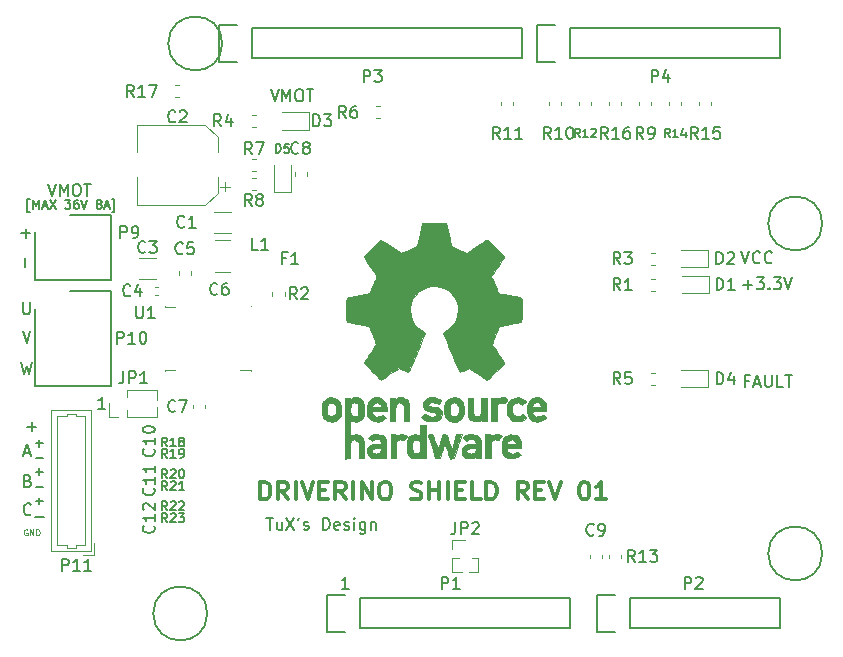
<source format=gbr>
%TF.GenerationSoftware,KiCad,Pcbnew,(5.1.9)-1*%
%TF.CreationDate,2021-05-11T09:52:30+02:00*%
%TF.ProjectId,Driverino-Shield,44726976-6572-4696-9e6f-2d536869656c,rev?*%
%TF.SameCoordinates,Original*%
%TF.FileFunction,Legend,Top*%
%TF.FilePolarity,Positive*%
%FSLAX46Y46*%
G04 Gerber Fmt 4.6, Leading zero omitted, Abs format (unit mm)*
G04 Created by KiCad (PCBNEW (5.1.9)-1) date 2021-05-11 09:52:30*
%MOMM*%
%LPD*%
G01*
G04 APERTURE LIST*
%ADD10C,0.150000*%
%ADD11C,0.300000*%
%ADD12C,0.200000*%
%ADD13C,0.125000*%
%ADD14C,0.120000*%
%ADD15C,0.010000*%
G04 APERTURE END LIST*
D10*
X112209700Y-89819485D02*
X112031128Y-89819485D01*
X112031128Y-88748057D01*
X112209700Y-88748057D01*
X112495414Y-89569485D02*
X112495414Y-88819485D01*
X112745414Y-89355200D01*
X112995414Y-88819485D01*
X112995414Y-89569485D01*
X113316842Y-89355200D02*
X113673985Y-89355200D01*
X113245414Y-89569485D02*
X113495414Y-88819485D01*
X113745414Y-89569485D01*
X113923985Y-88819485D02*
X114423985Y-89569485D01*
X114423985Y-88819485D02*
X113923985Y-89569485D01*
X115209700Y-88819485D02*
X115673985Y-88819485D01*
X115423985Y-89105200D01*
X115531128Y-89105200D01*
X115602557Y-89140914D01*
X115638271Y-89176628D01*
X115673985Y-89248057D01*
X115673985Y-89426628D01*
X115638271Y-89498057D01*
X115602557Y-89533771D01*
X115531128Y-89569485D01*
X115316842Y-89569485D01*
X115245414Y-89533771D01*
X115209700Y-89498057D01*
X116316842Y-88819485D02*
X116173985Y-88819485D01*
X116102557Y-88855200D01*
X116066842Y-88890914D01*
X115995414Y-88998057D01*
X115959700Y-89140914D01*
X115959700Y-89426628D01*
X115995414Y-89498057D01*
X116031128Y-89533771D01*
X116102557Y-89569485D01*
X116245414Y-89569485D01*
X116316842Y-89533771D01*
X116352557Y-89498057D01*
X116388271Y-89426628D01*
X116388271Y-89248057D01*
X116352557Y-89176628D01*
X116316842Y-89140914D01*
X116245414Y-89105200D01*
X116102557Y-89105200D01*
X116031128Y-89140914D01*
X115995414Y-89176628D01*
X115959700Y-89248057D01*
X116602557Y-88819485D02*
X116852557Y-89569485D01*
X117102557Y-88819485D01*
X118031128Y-89140914D02*
X117959700Y-89105200D01*
X117923985Y-89069485D01*
X117888271Y-88998057D01*
X117888271Y-88962342D01*
X117923985Y-88890914D01*
X117959700Y-88855200D01*
X118031128Y-88819485D01*
X118173985Y-88819485D01*
X118245414Y-88855200D01*
X118281128Y-88890914D01*
X118316842Y-88962342D01*
X118316842Y-88998057D01*
X118281128Y-89069485D01*
X118245414Y-89105200D01*
X118173985Y-89140914D01*
X118031128Y-89140914D01*
X117959700Y-89176628D01*
X117923985Y-89212342D01*
X117888271Y-89283771D01*
X117888271Y-89426628D01*
X117923985Y-89498057D01*
X117959700Y-89533771D01*
X118031128Y-89569485D01*
X118173985Y-89569485D01*
X118245414Y-89533771D01*
X118281128Y-89498057D01*
X118316842Y-89426628D01*
X118316842Y-89283771D01*
X118281128Y-89212342D01*
X118245414Y-89176628D01*
X118173985Y-89140914D01*
X118602557Y-89355200D02*
X118959700Y-89355200D01*
X118531128Y-89569485D02*
X118781128Y-88819485D01*
X119031128Y-89569485D01*
X119209700Y-89819485D02*
X119388271Y-89819485D01*
X119388271Y-88748057D01*
X119209700Y-88748057D01*
X118611614Y-106497380D02*
X118040185Y-106497380D01*
X118325900Y-106497380D02*
X118325900Y-105497380D01*
X118230661Y-105640238D01*
X118135423Y-105735476D01*
X118040185Y-105783095D01*
X132242514Y-115733580D02*
X132813942Y-115733580D01*
X132528228Y-116733580D02*
X132528228Y-115733580D01*
X133575847Y-116066914D02*
X133575847Y-116733580D01*
X133147276Y-116066914D02*
X133147276Y-116590723D01*
X133194895Y-116685961D01*
X133290133Y-116733580D01*
X133432990Y-116733580D01*
X133528228Y-116685961D01*
X133575847Y-116638342D01*
X133956800Y-115733580D02*
X134623466Y-116733580D01*
X134623466Y-115733580D02*
X133956800Y-116733580D01*
X135052038Y-115733580D02*
X134956800Y-115924057D01*
X135432990Y-116685961D02*
X135528228Y-116733580D01*
X135718704Y-116733580D01*
X135813942Y-116685961D01*
X135861561Y-116590723D01*
X135861561Y-116543104D01*
X135813942Y-116447866D01*
X135718704Y-116400247D01*
X135575847Y-116400247D01*
X135480609Y-116352628D01*
X135432990Y-116257390D01*
X135432990Y-116209771D01*
X135480609Y-116114533D01*
X135575847Y-116066914D01*
X135718704Y-116066914D01*
X135813942Y-116114533D01*
X137052038Y-116733580D02*
X137052038Y-115733580D01*
X137290133Y-115733580D01*
X137432990Y-115781200D01*
X137528228Y-115876438D01*
X137575847Y-115971676D01*
X137623466Y-116162152D01*
X137623466Y-116305009D01*
X137575847Y-116495485D01*
X137528228Y-116590723D01*
X137432990Y-116685961D01*
X137290133Y-116733580D01*
X137052038Y-116733580D01*
X138432990Y-116685961D02*
X138337752Y-116733580D01*
X138147276Y-116733580D01*
X138052038Y-116685961D01*
X138004419Y-116590723D01*
X138004419Y-116209771D01*
X138052038Y-116114533D01*
X138147276Y-116066914D01*
X138337752Y-116066914D01*
X138432990Y-116114533D01*
X138480609Y-116209771D01*
X138480609Y-116305009D01*
X138004419Y-116400247D01*
X138861561Y-116685961D02*
X138956800Y-116733580D01*
X139147276Y-116733580D01*
X139242514Y-116685961D01*
X139290133Y-116590723D01*
X139290133Y-116543104D01*
X139242514Y-116447866D01*
X139147276Y-116400247D01*
X139004419Y-116400247D01*
X138909180Y-116352628D01*
X138861561Y-116257390D01*
X138861561Y-116209771D01*
X138909180Y-116114533D01*
X139004419Y-116066914D01*
X139147276Y-116066914D01*
X139242514Y-116114533D01*
X139718704Y-116733580D02*
X139718704Y-116066914D01*
X139718704Y-115733580D02*
X139671085Y-115781200D01*
X139718704Y-115828819D01*
X139766323Y-115781200D01*
X139718704Y-115733580D01*
X139718704Y-115828819D01*
X140623466Y-116066914D02*
X140623466Y-116876438D01*
X140575847Y-116971676D01*
X140528228Y-117019295D01*
X140432990Y-117066914D01*
X140290133Y-117066914D01*
X140194895Y-117019295D01*
X140623466Y-116685961D02*
X140528228Y-116733580D01*
X140337752Y-116733580D01*
X140242514Y-116685961D01*
X140194895Y-116638342D01*
X140147276Y-116543104D01*
X140147276Y-116257390D01*
X140194895Y-116162152D01*
X140242514Y-116114533D01*
X140337752Y-116066914D01*
X140528228Y-116066914D01*
X140623466Y-116114533D01*
X141099657Y-116066914D02*
X141099657Y-116733580D01*
X141099657Y-116162152D02*
X141147276Y-116114533D01*
X141242514Y-116066914D01*
X141385371Y-116066914D01*
X141480609Y-116114533D01*
X141528228Y-116209771D01*
X141528228Y-116733580D01*
D11*
X131747657Y-114165771D02*
X131747657Y-112665771D01*
X132104800Y-112665771D01*
X132319085Y-112737200D01*
X132461942Y-112880057D01*
X132533371Y-113022914D01*
X132604800Y-113308628D01*
X132604800Y-113522914D01*
X132533371Y-113808628D01*
X132461942Y-113951485D01*
X132319085Y-114094342D01*
X132104800Y-114165771D01*
X131747657Y-114165771D01*
X134104800Y-114165771D02*
X133604800Y-113451485D01*
X133247657Y-114165771D02*
X133247657Y-112665771D01*
X133819085Y-112665771D01*
X133961942Y-112737200D01*
X134033371Y-112808628D01*
X134104800Y-112951485D01*
X134104800Y-113165771D01*
X134033371Y-113308628D01*
X133961942Y-113380057D01*
X133819085Y-113451485D01*
X133247657Y-113451485D01*
X134747657Y-114165771D02*
X134747657Y-112665771D01*
X135247657Y-112665771D02*
X135747657Y-114165771D01*
X136247657Y-112665771D01*
X136747657Y-113380057D02*
X137247657Y-113380057D01*
X137461942Y-114165771D02*
X136747657Y-114165771D01*
X136747657Y-112665771D01*
X137461942Y-112665771D01*
X138961942Y-114165771D02*
X138461942Y-113451485D01*
X138104800Y-114165771D02*
X138104800Y-112665771D01*
X138676228Y-112665771D01*
X138819085Y-112737200D01*
X138890514Y-112808628D01*
X138961942Y-112951485D01*
X138961942Y-113165771D01*
X138890514Y-113308628D01*
X138819085Y-113380057D01*
X138676228Y-113451485D01*
X138104800Y-113451485D01*
X139604800Y-114165771D02*
X139604800Y-112665771D01*
X140319085Y-114165771D02*
X140319085Y-112665771D01*
X141176228Y-114165771D01*
X141176228Y-112665771D01*
X142176228Y-112665771D02*
X142461942Y-112665771D01*
X142604800Y-112737200D01*
X142747657Y-112880057D01*
X142819085Y-113165771D01*
X142819085Y-113665771D01*
X142747657Y-113951485D01*
X142604800Y-114094342D01*
X142461942Y-114165771D01*
X142176228Y-114165771D01*
X142033371Y-114094342D01*
X141890514Y-113951485D01*
X141819085Y-113665771D01*
X141819085Y-113165771D01*
X141890514Y-112880057D01*
X142033371Y-112737200D01*
X142176228Y-112665771D01*
X144533371Y-114094342D02*
X144747657Y-114165771D01*
X145104800Y-114165771D01*
X145247657Y-114094342D01*
X145319085Y-114022914D01*
X145390514Y-113880057D01*
X145390514Y-113737200D01*
X145319085Y-113594342D01*
X145247657Y-113522914D01*
X145104800Y-113451485D01*
X144819085Y-113380057D01*
X144676228Y-113308628D01*
X144604800Y-113237200D01*
X144533371Y-113094342D01*
X144533371Y-112951485D01*
X144604800Y-112808628D01*
X144676228Y-112737200D01*
X144819085Y-112665771D01*
X145176228Y-112665771D01*
X145390514Y-112737200D01*
X146033371Y-114165771D02*
X146033371Y-112665771D01*
X146033371Y-113380057D02*
X146890514Y-113380057D01*
X146890514Y-114165771D02*
X146890514Y-112665771D01*
X147604800Y-114165771D02*
X147604800Y-112665771D01*
X148319085Y-113380057D02*
X148819085Y-113380057D01*
X149033371Y-114165771D02*
X148319085Y-114165771D01*
X148319085Y-112665771D01*
X149033371Y-112665771D01*
X150390514Y-114165771D02*
X149676228Y-114165771D01*
X149676228Y-112665771D01*
X150890514Y-114165771D02*
X150890514Y-112665771D01*
X151247657Y-112665771D01*
X151461942Y-112737200D01*
X151604800Y-112880057D01*
X151676228Y-113022914D01*
X151747657Y-113308628D01*
X151747657Y-113522914D01*
X151676228Y-113808628D01*
X151604800Y-113951485D01*
X151461942Y-114094342D01*
X151247657Y-114165771D01*
X150890514Y-114165771D01*
X154390514Y-114165771D02*
X153890514Y-113451485D01*
X153533371Y-114165771D02*
X153533371Y-112665771D01*
X154104800Y-112665771D01*
X154247657Y-112737200D01*
X154319085Y-112808628D01*
X154390514Y-112951485D01*
X154390514Y-113165771D01*
X154319085Y-113308628D01*
X154247657Y-113380057D01*
X154104800Y-113451485D01*
X153533371Y-113451485D01*
X155033371Y-113380057D02*
X155533371Y-113380057D01*
X155747657Y-114165771D02*
X155033371Y-114165771D01*
X155033371Y-112665771D01*
X155747657Y-112665771D01*
X156176228Y-112665771D02*
X156676228Y-114165771D01*
X157176228Y-112665771D01*
X159104800Y-112665771D02*
X159247657Y-112665771D01*
X159390514Y-112737200D01*
X159461942Y-112808628D01*
X159533371Y-112951485D01*
X159604800Y-113237200D01*
X159604800Y-113594342D01*
X159533371Y-113880057D01*
X159461942Y-114022914D01*
X159390514Y-114094342D01*
X159247657Y-114165771D01*
X159104800Y-114165771D01*
X158961942Y-114094342D01*
X158890514Y-114022914D01*
X158819085Y-113880057D01*
X158747657Y-113594342D01*
X158747657Y-113237200D01*
X158819085Y-112951485D01*
X158890514Y-112808628D01*
X158961942Y-112737200D01*
X159104800Y-112665771D01*
X161033371Y-114165771D02*
X160176228Y-114165771D01*
X160604800Y-114165771D02*
X160604800Y-112665771D01*
X160461942Y-112880057D01*
X160319085Y-113022914D01*
X160176228Y-113094342D01*
D10*
X113760476Y-87463380D02*
X114093809Y-88463380D01*
X114427142Y-87463380D01*
X114760476Y-88463380D02*
X114760476Y-87463380D01*
X115093809Y-88177666D01*
X115427142Y-87463380D01*
X115427142Y-88463380D01*
X116093809Y-87463380D02*
X116284285Y-87463380D01*
X116379523Y-87511000D01*
X116474761Y-87606238D01*
X116522380Y-87796714D01*
X116522380Y-88130047D01*
X116474761Y-88320523D01*
X116379523Y-88415761D01*
X116284285Y-88463380D01*
X116093809Y-88463380D01*
X115998571Y-88415761D01*
X115903333Y-88320523D01*
X115855714Y-88130047D01*
X115855714Y-87796714D01*
X115903333Y-87606238D01*
X115998571Y-87511000D01*
X116093809Y-87463380D01*
X116808095Y-87463380D02*
X117379523Y-87463380D01*
X117093809Y-88463380D02*
X117093809Y-87463380D01*
X173093261Y-104132071D02*
X172759928Y-104132071D01*
X172759928Y-104655880D02*
X172759928Y-103655880D01*
X173236119Y-103655880D01*
X173569452Y-104370166D02*
X174045642Y-104370166D01*
X173474214Y-104655880D02*
X173807547Y-103655880D01*
X174140880Y-104655880D01*
X174474214Y-103655880D02*
X174474214Y-104465404D01*
X174521833Y-104560642D01*
X174569452Y-104608261D01*
X174664690Y-104655880D01*
X174855166Y-104655880D01*
X174950404Y-104608261D01*
X174998023Y-104560642D01*
X175045642Y-104465404D01*
X175045642Y-103655880D01*
X175998023Y-104655880D02*
X175521833Y-104655880D01*
X175521833Y-103655880D01*
X176188500Y-103655880D02*
X176759928Y-103655880D01*
X176474214Y-104655880D02*
X176474214Y-103655880D01*
X132619976Y-79462380D02*
X132953309Y-80462380D01*
X133286642Y-79462380D01*
X133619976Y-80462380D02*
X133619976Y-79462380D01*
X133953309Y-80176666D01*
X134286642Y-79462380D01*
X134286642Y-80462380D01*
X134953309Y-79462380D02*
X135143785Y-79462380D01*
X135239023Y-79510000D01*
X135334261Y-79605238D01*
X135381880Y-79795714D01*
X135381880Y-80129047D01*
X135334261Y-80319523D01*
X135239023Y-80414761D01*
X135143785Y-80462380D01*
X134953309Y-80462380D01*
X134858071Y-80414761D01*
X134762833Y-80319523D01*
X134715214Y-80129047D01*
X134715214Y-79795714D01*
X134762833Y-79605238D01*
X134858071Y-79510000D01*
X134953309Y-79462380D01*
X135667595Y-79462380D02*
X136239023Y-79462380D01*
X135953309Y-80462380D02*
X135953309Y-79462380D01*
X172482142Y-93171880D02*
X172815476Y-94171880D01*
X173148809Y-93171880D01*
X174053571Y-94076642D02*
X174005952Y-94124261D01*
X173863095Y-94171880D01*
X173767856Y-94171880D01*
X173624999Y-94124261D01*
X173529761Y-94029023D01*
X173482142Y-93933785D01*
X173434523Y-93743309D01*
X173434523Y-93600452D01*
X173482142Y-93409976D01*
X173529761Y-93314738D01*
X173624999Y-93219500D01*
X173767856Y-93171880D01*
X173863095Y-93171880D01*
X174005952Y-93219500D01*
X174053571Y-93267119D01*
X175053571Y-94076642D02*
X175005952Y-94124261D01*
X174863095Y-94171880D01*
X174767856Y-94171880D01*
X174624999Y-94124261D01*
X174529761Y-94029023D01*
X174482142Y-93933785D01*
X174434523Y-93743309D01*
X174434523Y-93600452D01*
X174482142Y-93409976D01*
X174529761Y-93314738D01*
X174624999Y-93219500D01*
X174767856Y-93171880D01*
X174863095Y-93171880D01*
X175005952Y-93219500D01*
X175053571Y-93267119D01*
X172625000Y-95990428D02*
X173386904Y-95990428D01*
X173005952Y-96371380D02*
X173005952Y-95609476D01*
X173767857Y-95371380D02*
X174386904Y-95371380D01*
X174053571Y-95752333D01*
X174196428Y-95752333D01*
X174291666Y-95799952D01*
X174339285Y-95847571D01*
X174386904Y-95942809D01*
X174386904Y-96180904D01*
X174339285Y-96276142D01*
X174291666Y-96323761D01*
X174196428Y-96371380D01*
X173910714Y-96371380D01*
X173815476Y-96323761D01*
X173767857Y-96276142D01*
X174815476Y-96276142D02*
X174863095Y-96323761D01*
X174815476Y-96371380D01*
X174767857Y-96323761D01*
X174815476Y-96276142D01*
X174815476Y-96371380D01*
X175196428Y-95371380D02*
X175815476Y-95371380D01*
X175482142Y-95752333D01*
X175625000Y-95752333D01*
X175720238Y-95799952D01*
X175767857Y-95847571D01*
X175815476Y-95942809D01*
X175815476Y-96180904D01*
X175767857Y-96276142D01*
X175720238Y-96323761D01*
X175625000Y-96371380D01*
X175339285Y-96371380D01*
X175244047Y-96323761D01*
X175196428Y-96276142D01*
X176101190Y-95371380D02*
X176434523Y-96371380D01*
X176767857Y-95371380D01*
D12*
X111831428Y-94487952D02*
X111831428Y-93726047D01*
D10*
X113410952Y-115625571D02*
X112649047Y-115625571D01*
X113315714Y-114309928D02*
X112744285Y-114309928D01*
X113030000Y-114024214D02*
X113030000Y-114595642D01*
X113315714Y-113103428D02*
X112744285Y-113103428D01*
X113315714Y-111833428D02*
X112744285Y-111833428D01*
X113030000Y-111547714D02*
X113030000Y-112119142D01*
X113315714Y-110626928D02*
X112744285Y-110626928D01*
X113315714Y-109420428D02*
X112744285Y-109420428D01*
X113030000Y-109134714D02*
X113030000Y-109706142D01*
D13*
X112014047Y-116717000D02*
X111966428Y-116693190D01*
X111895000Y-116693190D01*
X111823571Y-116717000D01*
X111775952Y-116764619D01*
X111752142Y-116812238D01*
X111728333Y-116907476D01*
X111728333Y-116978904D01*
X111752142Y-117074142D01*
X111775952Y-117121761D01*
X111823571Y-117169380D01*
X111895000Y-117193190D01*
X111942619Y-117193190D01*
X112014047Y-117169380D01*
X112037857Y-117145571D01*
X112037857Y-116978904D01*
X111942619Y-116978904D01*
X112252142Y-117193190D02*
X112252142Y-116693190D01*
X112537857Y-117193190D01*
X112537857Y-116693190D01*
X112775952Y-117193190D02*
X112775952Y-116693190D01*
X112895000Y-116693190D01*
X112966428Y-116717000D01*
X113014047Y-116764619D01*
X113037857Y-116812238D01*
X113061666Y-116907476D01*
X113061666Y-116978904D01*
X113037857Y-117074142D01*
X113014047Y-117121761D01*
X112966428Y-117169380D01*
X112895000Y-117193190D01*
X112775952Y-117193190D01*
D10*
X112323523Y-115419142D02*
X112275904Y-115466761D01*
X112133047Y-115514380D01*
X112037809Y-115514380D01*
X111894952Y-115466761D01*
X111799714Y-115371523D01*
X111752095Y-115276285D01*
X111704476Y-115085809D01*
X111704476Y-114942952D01*
X111752095Y-114752476D01*
X111799714Y-114657238D01*
X111894952Y-114562000D01*
X112037809Y-114514380D01*
X112133047Y-114514380D01*
X112275904Y-114562000D01*
X112323523Y-114609619D01*
X112085428Y-112577571D02*
X112228285Y-112625190D01*
X112275904Y-112672809D01*
X112323523Y-112768047D01*
X112323523Y-112910904D01*
X112275904Y-113006142D01*
X112228285Y-113053761D01*
X112133047Y-113101380D01*
X111752095Y-113101380D01*
X111752095Y-112101380D01*
X112085428Y-112101380D01*
X112180666Y-112149000D01*
X112228285Y-112196619D01*
X112275904Y-112291857D01*
X112275904Y-112387095D01*
X112228285Y-112482333D01*
X112180666Y-112529952D01*
X112085428Y-112577571D01*
X111752095Y-112577571D01*
X111775904Y-110212166D02*
X112252095Y-110212166D01*
X111680666Y-110497880D02*
X112014000Y-109497880D01*
X112347333Y-110497880D01*
X112014047Y-108005571D02*
X112775952Y-108005571D01*
X112395000Y-107624619D02*
X112395000Y-108386523D01*
X111521928Y-102576380D02*
X111760023Y-103576380D01*
X111950500Y-102862095D01*
X112140976Y-103576380D01*
X112379071Y-102576380D01*
X111617166Y-99909380D02*
X111950500Y-100909380D01*
X112283833Y-99909380D01*
X111664785Y-97496380D02*
X111664785Y-98305904D01*
X111712404Y-98401142D01*
X111760023Y-98448761D01*
X111855261Y-98496380D01*
X112045738Y-98496380D01*
X112140976Y-98448761D01*
X112188595Y-98401142D01*
X112236214Y-98305904D01*
X112236214Y-97496380D01*
D12*
X111506047Y-91638428D02*
X112267952Y-91638428D01*
X111887000Y-92019380D02*
X111887000Y-91257476D01*
D10*
X139223714Y-121737380D02*
X138652285Y-121737380D01*
X138938000Y-121737380D02*
X138938000Y-120737380D01*
X138842761Y-120880238D01*
X138747523Y-120975476D01*
X138652285Y-121023095D01*
D14*
%TO.C,U1*%
X130948000Y-103315000D02*
X130948000Y-103215000D01*
X130948000Y-103215000D02*
X130048000Y-103215000D01*
X123648000Y-103315000D02*
X123648000Y-103215000D01*
X123648000Y-103215000D02*
X124548000Y-103215000D01*
X123648000Y-97815000D02*
X123648000Y-97915000D01*
X123648000Y-97915000D02*
X124548000Y-97915000D01*
X130948000Y-97815000D02*
X130948000Y-97765000D01*
%TO.C,JP1*%
X122963000Y-107155000D02*
X122963000Y-106352530D01*
X122963000Y-105737470D02*
X122963000Y-104935000D01*
X120488000Y-107155000D02*
X122963000Y-107155000D01*
X120488000Y-104935000D02*
X122963000Y-104935000D01*
X120488000Y-107155000D02*
X120488000Y-106608471D01*
X120488000Y-105481529D02*
X120488000Y-104935000D01*
X119728000Y-107155000D02*
X118968000Y-107155000D01*
X118968000Y-107155000D02*
X118968000Y-106045000D01*
%TO.C,C3*%
X121462748Y-93705000D02*
X122885252Y-93705000D01*
X121462748Y-95525000D02*
X122885252Y-95525000D01*
%TO.C,C4*%
X122828164Y-96160000D02*
X123043836Y-96160000D01*
X122828164Y-96880000D02*
X123043836Y-96880000D01*
D15*
%TO.C,REF\u002A\u002A*%
G36*
X147679305Y-91736960D02*
G01*
X147867557Y-92735542D01*
X148562183Y-93021889D01*
X149256808Y-93308237D01*
X150090128Y-92741586D01*
X150323501Y-92583811D01*
X150534457Y-92442939D01*
X150713153Y-92325401D01*
X150849744Y-92237629D01*
X150934386Y-92186055D01*
X150957437Y-92174935D01*
X150998963Y-92203535D01*
X151087698Y-92282604D01*
X151213697Y-92402041D01*
X151367014Y-92551744D01*
X151537702Y-92721615D01*
X151715814Y-92901551D01*
X151891406Y-93081454D01*
X152054530Y-93251222D01*
X152195241Y-93400754D01*
X152303592Y-93519952D01*
X152369637Y-93598713D01*
X152385426Y-93625072D01*
X152362703Y-93673666D01*
X152298999Y-93780126D01*
X152201013Y-93934039D01*
X152075441Y-94124991D01*
X151928982Y-94342569D01*
X151844115Y-94466671D01*
X151689426Y-94693279D01*
X151551970Y-94897770D01*
X151438414Y-95069965D01*
X151355428Y-95199685D01*
X151309678Y-95276751D01*
X151302803Y-95292947D01*
X151318388Y-95338975D01*
X151360868Y-95446250D01*
X151423835Y-95599687D01*
X151500879Y-95784206D01*
X151585590Y-95984721D01*
X151671558Y-96186152D01*
X151752373Y-96373415D01*
X151821627Y-96531428D01*
X151872908Y-96645107D01*
X151899809Y-96699370D01*
X151901396Y-96701506D01*
X151943635Y-96711867D01*
X152056126Y-96734982D01*
X152227209Y-96768579D01*
X152445223Y-96810385D01*
X152698509Y-96858127D01*
X152846288Y-96885659D01*
X153116938Y-96937190D01*
X153361397Y-96986225D01*
X153567300Y-97030081D01*
X153722277Y-97066074D01*
X153813962Y-97091521D01*
X153832393Y-97099595D01*
X153850445Y-97154242D01*
X153865010Y-97277662D01*
X153876098Y-97455423D01*
X153883719Y-97673091D01*
X153887884Y-97916235D01*
X153888602Y-98170423D01*
X153885882Y-98421220D01*
X153879735Y-98654196D01*
X153870171Y-98854918D01*
X153857199Y-99008954D01*
X153840829Y-99101870D01*
X153831011Y-99121213D01*
X153772323Y-99144398D01*
X153647966Y-99177544D01*
X153474390Y-99216758D01*
X153268042Y-99258145D01*
X153196011Y-99271534D01*
X152848719Y-99335147D01*
X152574383Y-99386378D01*
X152363939Y-99427261D01*
X152208322Y-99459834D01*
X152098467Y-99486132D01*
X152025311Y-99508192D01*
X151979787Y-99528049D01*
X151952833Y-99547741D01*
X151949061Y-99551632D01*
X151911415Y-99614324D01*
X151853986Y-99736331D01*
X151782508Y-99902712D01*
X151702715Y-100098529D01*
X151620343Y-100308840D01*
X151541125Y-100518708D01*
X151470796Y-100713191D01*
X151415089Y-100877350D01*
X151379741Y-100996245D01*
X151370484Y-101054936D01*
X151371256Y-101056992D01*
X151402620Y-101104964D01*
X151473774Y-101210516D01*
X151577240Y-101362660D01*
X151705540Y-101550410D01*
X151851199Y-101762780D01*
X151892680Y-101823130D01*
X152040587Y-102041929D01*
X152170739Y-102241562D01*
X152276045Y-102410565D01*
X152349416Y-102537475D01*
X152383763Y-102610829D01*
X152385426Y-102619841D01*
X152356569Y-102667207D01*
X152276831Y-102761042D01*
X152156462Y-102891261D01*
X152005713Y-103047779D01*
X151834836Y-103220510D01*
X151654079Y-103399371D01*
X151473694Y-103574276D01*
X151303932Y-103735140D01*
X151155042Y-103871878D01*
X151037276Y-103974407D01*
X150960883Y-104032640D01*
X150939750Y-104042148D01*
X150890560Y-104019754D01*
X150789847Y-103959356D01*
X150654017Y-103871129D01*
X150549510Y-103800115D01*
X150360149Y-103669811D01*
X150135899Y-103516384D01*
X149910964Y-103363201D01*
X149790032Y-103281218D01*
X149380704Y-103004353D01*
X149037102Y-103190136D01*
X148880565Y-103271523D01*
X148747454Y-103334784D01*
X148657389Y-103370865D01*
X148634463Y-103375885D01*
X148606895Y-103338817D01*
X148552508Y-103234069D01*
X148475363Y-103071303D01*
X148379518Y-102860181D01*
X148269034Y-102610365D01*
X148147971Y-102331517D01*
X148020389Y-102033299D01*
X147890347Y-101725374D01*
X147761906Y-101417404D01*
X147639126Y-101119050D01*
X147526067Y-100839975D01*
X147426788Y-100589841D01*
X147345349Y-100378310D01*
X147285811Y-100215043D01*
X147252234Y-100109705D01*
X147246834Y-100073527D01*
X147289634Y-100027381D01*
X147383344Y-99952472D01*
X147508373Y-99864364D01*
X147518867Y-99857394D01*
X147842020Y-99598721D01*
X148102587Y-99296938D01*
X148298310Y-98961695D01*
X148426932Y-98602642D01*
X148486195Y-98229426D01*
X148473839Y-97851700D01*
X148387607Y-97479111D01*
X148225241Y-97121310D01*
X148177472Y-97043027D01*
X147929009Y-96726919D01*
X147635481Y-96473079D01*
X147307047Y-96282827D01*
X146953865Y-96157485D01*
X146586095Y-96098372D01*
X146213897Y-96106807D01*
X145847429Y-96184112D01*
X145496851Y-96331606D01*
X145172323Y-96550610D01*
X145071936Y-96639498D01*
X144816449Y-96917744D01*
X144630278Y-97210656D01*
X144502570Y-97538986D01*
X144431444Y-97864133D01*
X144413886Y-98229702D01*
X144472434Y-98597086D01*
X144601142Y-98953866D01*
X144794062Y-99287626D01*
X145045248Y-99585947D01*
X145348752Y-99836411D01*
X145388640Y-99862813D01*
X145515009Y-99949272D01*
X145611073Y-100024184D01*
X145657000Y-100072015D01*
X145657668Y-100073527D01*
X145647808Y-100125267D01*
X145608722Y-100242696D01*
X145544472Y-100416154D01*
X145459120Y-100635979D01*
X145356727Y-100892513D01*
X145241354Y-101176096D01*
X145117063Y-101477067D01*
X144987916Y-101785767D01*
X144857974Y-102092536D01*
X144731298Y-102387714D01*
X144611951Y-102661640D01*
X144503994Y-102904656D01*
X144411488Y-103107101D01*
X144338496Y-103259315D01*
X144289077Y-103351638D01*
X144269177Y-103375885D01*
X144208366Y-103357004D01*
X144094582Y-103306364D01*
X143947445Y-103233017D01*
X143866538Y-103190136D01*
X143522935Y-103004353D01*
X143113607Y-103281218D01*
X142904654Y-103423054D01*
X142675887Y-103579141D01*
X142461509Y-103726109D01*
X142354129Y-103800115D01*
X142203102Y-103901531D01*
X142075218Y-103981898D01*
X141987158Y-104031041D01*
X141958555Y-104041429D01*
X141916924Y-104013405D01*
X141824789Y-103935172D01*
X141691082Y-103814852D01*
X141524735Y-103660568D01*
X141334680Y-103480443D01*
X141214479Y-103364790D01*
X141004185Y-103158167D01*
X140822444Y-102973358D01*
X140676603Y-102818270D01*
X140574009Y-102700807D01*
X140522009Y-102628875D01*
X140517020Y-102614278D01*
X140540171Y-102558753D01*
X140604146Y-102446484D01*
X140701847Y-102288837D01*
X140826180Y-102097179D01*
X140970046Y-101882876D01*
X141010959Y-101823130D01*
X141160033Y-101605982D01*
X141293775Y-101410475D01*
X141404709Y-101247599D01*
X141485356Y-101128337D01*
X141528241Y-101063678D01*
X141532383Y-101056992D01*
X141526188Y-101005462D01*
X141493300Y-100892166D01*
X141439455Y-100732042D01*
X141370387Y-100540032D01*
X141291831Y-100331074D01*
X141209520Y-100120109D01*
X141129189Y-99922076D01*
X141056572Y-99751916D01*
X140997405Y-99624567D01*
X140957420Y-99554971D01*
X140954578Y-99551632D01*
X140930127Y-99531742D01*
X140888831Y-99512073D01*
X140821623Y-99490589D01*
X140719441Y-99465253D01*
X140573219Y-99434029D01*
X140373893Y-99394882D01*
X140112397Y-99345775D01*
X139779669Y-99284672D01*
X139707628Y-99271534D01*
X139494115Y-99230282D01*
X139307978Y-99189926D01*
X139165666Y-99154361D01*
X139083629Y-99127480D01*
X139072628Y-99121213D01*
X139054502Y-99065654D01*
X139039767Y-98941495D01*
X139028436Y-98763169D01*
X139020516Y-98545109D01*
X139016019Y-98301746D01*
X139014954Y-98047514D01*
X139017330Y-97796845D01*
X139023159Y-97564171D01*
X139032449Y-97363924D01*
X139045211Y-97210538D01*
X139061454Y-97118444D01*
X139071246Y-97099595D01*
X139125761Y-97080582D01*
X139249896Y-97049650D01*
X139431285Y-97009482D01*
X139657560Y-96962762D01*
X139916353Y-96912173D01*
X140057351Y-96885659D01*
X140324873Y-96835650D01*
X140563438Y-96790346D01*
X140761386Y-96752021D01*
X140907057Y-96722947D01*
X140988791Y-96705397D01*
X141002243Y-96701506D01*
X141024979Y-96657638D01*
X141073040Y-96551976D01*
X141140019Y-96399613D01*
X141219510Y-96215646D01*
X141305108Y-96015170D01*
X141390405Y-95813281D01*
X141468995Y-95625073D01*
X141534473Y-95465642D01*
X141580431Y-95350084D01*
X141600463Y-95293494D01*
X141600836Y-95291021D01*
X141578126Y-95246379D01*
X141514459Y-95143647D01*
X141416525Y-94993037D01*
X141291017Y-94804757D01*
X141144626Y-94589018D01*
X141059525Y-94465098D01*
X140904455Y-94237883D01*
X140766725Y-94031595D01*
X140653053Y-93856671D01*
X140570161Y-93723545D01*
X140524769Y-93642653D01*
X140518213Y-93624520D01*
X140546395Y-93582312D01*
X140624304Y-93492191D01*
X140741990Y-93364254D01*
X140889500Y-93208596D01*
X141056881Y-93035315D01*
X141234181Y-92854507D01*
X141411448Y-92676267D01*
X141578730Y-92510693D01*
X141726075Y-92367880D01*
X141843530Y-92257925D01*
X141921143Y-92190924D01*
X141947108Y-92174935D01*
X141989384Y-92197419D01*
X142090501Y-92260585D01*
X142240627Y-92358003D01*
X142429930Y-92483243D01*
X142648579Y-92629875D01*
X142813511Y-92741586D01*
X143646831Y-93308237D01*
X144341456Y-93021889D01*
X145036082Y-92735542D01*
X145224334Y-91736960D01*
X145412587Y-90738377D01*
X147491052Y-90738377D01*
X147679305Y-91736960D01*
G37*
X147679305Y-91736960D02*
X147867557Y-92735542D01*
X148562183Y-93021889D01*
X149256808Y-93308237D01*
X150090128Y-92741586D01*
X150323501Y-92583811D01*
X150534457Y-92442939D01*
X150713153Y-92325401D01*
X150849744Y-92237629D01*
X150934386Y-92186055D01*
X150957437Y-92174935D01*
X150998963Y-92203535D01*
X151087698Y-92282604D01*
X151213697Y-92402041D01*
X151367014Y-92551744D01*
X151537702Y-92721615D01*
X151715814Y-92901551D01*
X151891406Y-93081454D01*
X152054530Y-93251222D01*
X152195241Y-93400754D01*
X152303592Y-93519952D01*
X152369637Y-93598713D01*
X152385426Y-93625072D01*
X152362703Y-93673666D01*
X152298999Y-93780126D01*
X152201013Y-93934039D01*
X152075441Y-94124991D01*
X151928982Y-94342569D01*
X151844115Y-94466671D01*
X151689426Y-94693279D01*
X151551970Y-94897770D01*
X151438414Y-95069965D01*
X151355428Y-95199685D01*
X151309678Y-95276751D01*
X151302803Y-95292947D01*
X151318388Y-95338975D01*
X151360868Y-95446250D01*
X151423835Y-95599687D01*
X151500879Y-95784206D01*
X151585590Y-95984721D01*
X151671558Y-96186152D01*
X151752373Y-96373415D01*
X151821627Y-96531428D01*
X151872908Y-96645107D01*
X151899809Y-96699370D01*
X151901396Y-96701506D01*
X151943635Y-96711867D01*
X152056126Y-96734982D01*
X152227209Y-96768579D01*
X152445223Y-96810385D01*
X152698509Y-96858127D01*
X152846288Y-96885659D01*
X153116938Y-96937190D01*
X153361397Y-96986225D01*
X153567300Y-97030081D01*
X153722277Y-97066074D01*
X153813962Y-97091521D01*
X153832393Y-97099595D01*
X153850445Y-97154242D01*
X153865010Y-97277662D01*
X153876098Y-97455423D01*
X153883719Y-97673091D01*
X153887884Y-97916235D01*
X153888602Y-98170423D01*
X153885882Y-98421220D01*
X153879735Y-98654196D01*
X153870171Y-98854918D01*
X153857199Y-99008954D01*
X153840829Y-99101870D01*
X153831011Y-99121213D01*
X153772323Y-99144398D01*
X153647966Y-99177544D01*
X153474390Y-99216758D01*
X153268042Y-99258145D01*
X153196011Y-99271534D01*
X152848719Y-99335147D01*
X152574383Y-99386378D01*
X152363939Y-99427261D01*
X152208322Y-99459834D01*
X152098467Y-99486132D01*
X152025311Y-99508192D01*
X151979787Y-99528049D01*
X151952833Y-99547741D01*
X151949061Y-99551632D01*
X151911415Y-99614324D01*
X151853986Y-99736331D01*
X151782508Y-99902712D01*
X151702715Y-100098529D01*
X151620343Y-100308840D01*
X151541125Y-100518708D01*
X151470796Y-100713191D01*
X151415089Y-100877350D01*
X151379741Y-100996245D01*
X151370484Y-101054936D01*
X151371256Y-101056992D01*
X151402620Y-101104964D01*
X151473774Y-101210516D01*
X151577240Y-101362660D01*
X151705540Y-101550410D01*
X151851199Y-101762780D01*
X151892680Y-101823130D01*
X152040587Y-102041929D01*
X152170739Y-102241562D01*
X152276045Y-102410565D01*
X152349416Y-102537475D01*
X152383763Y-102610829D01*
X152385426Y-102619841D01*
X152356569Y-102667207D01*
X152276831Y-102761042D01*
X152156462Y-102891261D01*
X152005713Y-103047779D01*
X151834836Y-103220510D01*
X151654079Y-103399371D01*
X151473694Y-103574276D01*
X151303932Y-103735140D01*
X151155042Y-103871878D01*
X151037276Y-103974407D01*
X150960883Y-104032640D01*
X150939750Y-104042148D01*
X150890560Y-104019754D01*
X150789847Y-103959356D01*
X150654017Y-103871129D01*
X150549510Y-103800115D01*
X150360149Y-103669811D01*
X150135899Y-103516384D01*
X149910964Y-103363201D01*
X149790032Y-103281218D01*
X149380704Y-103004353D01*
X149037102Y-103190136D01*
X148880565Y-103271523D01*
X148747454Y-103334784D01*
X148657389Y-103370865D01*
X148634463Y-103375885D01*
X148606895Y-103338817D01*
X148552508Y-103234069D01*
X148475363Y-103071303D01*
X148379518Y-102860181D01*
X148269034Y-102610365D01*
X148147971Y-102331517D01*
X148020389Y-102033299D01*
X147890347Y-101725374D01*
X147761906Y-101417404D01*
X147639126Y-101119050D01*
X147526067Y-100839975D01*
X147426788Y-100589841D01*
X147345349Y-100378310D01*
X147285811Y-100215043D01*
X147252234Y-100109705D01*
X147246834Y-100073527D01*
X147289634Y-100027381D01*
X147383344Y-99952472D01*
X147508373Y-99864364D01*
X147518867Y-99857394D01*
X147842020Y-99598721D01*
X148102587Y-99296938D01*
X148298310Y-98961695D01*
X148426932Y-98602642D01*
X148486195Y-98229426D01*
X148473839Y-97851700D01*
X148387607Y-97479111D01*
X148225241Y-97121310D01*
X148177472Y-97043027D01*
X147929009Y-96726919D01*
X147635481Y-96473079D01*
X147307047Y-96282827D01*
X146953865Y-96157485D01*
X146586095Y-96098372D01*
X146213897Y-96106807D01*
X145847429Y-96184112D01*
X145496851Y-96331606D01*
X145172323Y-96550610D01*
X145071936Y-96639498D01*
X144816449Y-96917744D01*
X144630278Y-97210656D01*
X144502570Y-97538986D01*
X144431444Y-97864133D01*
X144413886Y-98229702D01*
X144472434Y-98597086D01*
X144601142Y-98953866D01*
X144794062Y-99287626D01*
X145045248Y-99585947D01*
X145348752Y-99836411D01*
X145388640Y-99862813D01*
X145515009Y-99949272D01*
X145611073Y-100024184D01*
X145657000Y-100072015D01*
X145657668Y-100073527D01*
X145647808Y-100125267D01*
X145608722Y-100242696D01*
X145544472Y-100416154D01*
X145459120Y-100635979D01*
X145356727Y-100892513D01*
X145241354Y-101176096D01*
X145117063Y-101477067D01*
X144987916Y-101785767D01*
X144857974Y-102092536D01*
X144731298Y-102387714D01*
X144611951Y-102661640D01*
X144503994Y-102904656D01*
X144411488Y-103107101D01*
X144338496Y-103259315D01*
X144289077Y-103351638D01*
X144269177Y-103375885D01*
X144208366Y-103357004D01*
X144094582Y-103306364D01*
X143947445Y-103233017D01*
X143866538Y-103190136D01*
X143522935Y-103004353D01*
X143113607Y-103281218D01*
X142904654Y-103423054D01*
X142675887Y-103579141D01*
X142461509Y-103726109D01*
X142354129Y-103800115D01*
X142203102Y-103901531D01*
X142075218Y-103981898D01*
X141987158Y-104031041D01*
X141958555Y-104041429D01*
X141916924Y-104013405D01*
X141824789Y-103935172D01*
X141691082Y-103814852D01*
X141524735Y-103660568D01*
X141334680Y-103480443D01*
X141214479Y-103364790D01*
X141004185Y-103158167D01*
X140822444Y-102973358D01*
X140676603Y-102818270D01*
X140574009Y-102700807D01*
X140522009Y-102628875D01*
X140517020Y-102614278D01*
X140540171Y-102558753D01*
X140604146Y-102446484D01*
X140701847Y-102288837D01*
X140826180Y-102097179D01*
X140970046Y-101882876D01*
X141010959Y-101823130D01*
X141160033Y-101605982D01*
X141293775Y-101410475D01*
X141404709Y-101247599D01*
X141485356Y-101128337D01*
X141528241Y-101063678D01*
X141532383Y-101056992D01*
X141526188Y-101005462D01*
X141493300Y-100892166D01*
X141439455Y-100732042D01*
X141370387Y-100540032D01*
X141291831Y-100331074D01*
X141209520Y-100120109D01*
X141129189Y-99922076D01*
X141056572Y-99751916D01*
X140997405Y-99624567D01*
X140957420Y-99554971D01*
X140954578Y-99551632D01*
X140930127Y-99531742D01*
X140888831Y-99512073D01*
X140821623Y-99490589D01*
X140719441Y-99465253D01*
X140573219Y-99434029D01*
X140373893Y-99394882D01*
X140112397Y-99345775D01*
X139779669Y-99284672D01*
X139707628Y-99271534D01*
X139494115Y-99230282D01*
X139307978Y-99189926D01*
X139165666Y-99154361D01*
X139083629Y-99127480D01*
X139072628Y-99121213D01*
X139054502Y-99065654D01*
X139039767Y-98941495D01*
X139028436Y-98763169D01*
X139020516Y-98545109D01*
X139016019Y-98301746D01*
X139014954Y-98047514D01*
X139017330Y-97796845D01*
X139023159Y-97564171D01*
X139032449Y-97363924D01*
X139045211Y-97210538D01*
X139061454Y-97118444D01*
X139071246Y-97099595D01*
X139125761Y-97080582D01*
X139249896Y-97049650D01*
X139431285Y-97009482D01*
X139657560Y-96962762D01*
X139916353Y-96912173D01*
X140057351Y-96885659D01*
X140324873Y-96835650D01*
X140563438Y-96790346D01*
X140761386Y-96752021D01*
X140907057Y-96722947D01*
X140988791Y-96705397D01*
X141002243Y-96701506D01*
X141024979Y-96657638D01*
X141073040Y-96551976D01*
X141140019Y-96399613D01*
X141219510Y-96215646D01*
X141305108Y-96015170D01*
X141390405Y-95813281D01*
X141468995Y-95625073D01*
X141534473Y-95465642D01*
X141580431Y-95350084D01*
X141600463Y-95293494D01*
X141600836Y-95291021D01*
X141578126Y-95246379D01*
X141514459Y-95143647D01*
X141416525Y-94993037D01*
X141291017Y-94804757D01*
X141144626Y-94589018D01*
X141059525Y-94465098D01*
X140904455Y-94237883D01*
X140766725Y-94031595D01*
X140653053Y-93856671D01*
X140570161Y-93723545D01*
X140524769Y-93642653D01*
X140518213Y-93624520D01*
X140546395Y-93582312D01*
X140624304Y-93492191D01*
X140741990Y-93364254D01*
X140889500Y-93208596D01*
X141056881Y-93035315D01*
X141234181Y-92854507D01*
X141411448Y-92676267D01*
X141578730Y-92510693D01*
X141726075Y-92367880D01*
X141843530Y-92257925D01*
X141921143Y-92190924D01*
X141947108Y-92174935D01*
X141989384Y-92197419D01*
X142090501Y-92260585D01*
X142240627Y-92358003D01*
X142429930Y-92483243D01*
X142648579Y-92629875D01*
X142813511Y-92741586D01*
X143646831Y-93308237D01*
X144341456Y-93021889D01*
X145036082Y-92735542D01*
X145224334Y-91736960D01*
X145412587Y-90738377D01*
X147491052Y-90738377D01*
X147679305Y-91736960D01*
G36*
X152389869Y-105539231D02*
G01*
X152533092Y-105582989D01*
X152625306Y-105638280D01*
X152655344Y-105682004D01*
X152647076Y-105733834D01*
X152593427Y-105815259D01*
X152548063Y-105872927D01*
X152454546Y-105977182D01*
X152384287Y-106021045D01*
X152324393Y-106018182D01*
X152146720Y-105972967D01*
X152016234Y-105975020D01*
X151910273Y-106026261D01*
X151874700Y-106056252D01*
X151760836Y-106161778D01*
X151760836Y-107539853D01*
X151302803Y-107539853D01*
X151302803Y-105541164D01*
X151531820Y-105541164D01*
X151669318Y-105546602D01*
X151740258Y-105565909D01*
X151760827Y-105603576D01*
X151760836Y-105604692D01*
X151770550Y-105644146D01*
X151814478Y-105639000D01*
X151875344Y-105610536D01*
X152001054Y-105557569D01*
X152103134Y-105525703D01*
X152234480Y-105517533D01*
X152389869Y-105539231D01*
G37*
X152389869Y-105539231D02*
X152533092Y-105582989D01*
X152625306Y-105638280D01*
X152655344Y-105682004D01*
X152647076Y-105733834D01*
X152593427Y-105815259D01*
X152548063Y-105872927D01*
X152454546Y-105977182D01*
X152384287Y-106021045D01*
X152324393Y-106018182D01*
X152146720Y-105972967D01*
X152016234Y-105975020D01*
X151910273Y-106026261D01*
X151874700Y-106056252D01*
X151760836Y-106161778D01*
X151760836Y-107539853D01*
X151302803Y-107539853D01*
X151302803Y-105541164D01*
X151531820Y-105541164D01*
X151669318Y-105546602D01*
X151740258Y-105565909D01*
X151760827Y-105603576D01*
X151760836Y-105604692D01*
X151770550Y-105644146D01*
X151814478Y-105639000D01*
X151875344Y-105610536D01*
X152001054Y-105557569D01*
X152103134Y-105525703D01*
X152234480Y-105517533D01*
X152389869Y-105539231D01*
G36*
X143934108Y-105575563D02*
G01*
X144037740Y-105625062D01*
X144138106Y-105696561D01*
X144214568Y-105778853D01*
X144270262Y-105883811D01*
X144308323Y-106023313D01*
X144331885Y-106209233D01*
X144344085Y-106453448D01*
X144348056Y-106767833D01*
X144348118Y-106800754D01*
X144349033Y-107539853D01*
X143891000Y-107539853D01*
X143891000Y-106858481D01*
X143890674Y-106606050D01*
X143888419Y-106423093D01*
X143882319Y-106295807D01*
X143870459Y-106210386D01*
X143850924Y-106153026D01*
X143821797Y-106109924D01*
X143781224Y-106067334D01*
X143639269Y-105975824D01*
X143484306Y-105958843D01*
X143336677Y-106016701D01*
X143285337Y-106059763D01*
X143247647Y-106100249D01*
X143220587Y-106143607D01*
X143202397Y-106203463D01*
X143191316Y-106293441D01*
X143185586Y-106427168D01*
X143183444Y-106618270D01*
X143183131Y-106850911D01*
X143183131Y-107539853D01*
X142725098Y-107539853D01*
X142725098Y-105541164D01*
X142954115Y-105541164D01*
X143091614Y-105546602D01*
X143162553Y-105565909D01*
X143183122Y-105603576D01*
X143183131Y-105604692D01*
X143192675Y-105641581D01*
X143234767Y-105637395D01*
X143318459Y-105596861D01*
X143508273Y-105537224D01*
X143725401Y-105530591D01*
X143934108Y-105575563D01*
G37*
X143934108Y-105575563D02*
X144037740Y-105625062D01*
X144138106Y-105696561D01*
X144214568Y-105778853D01*
X144270262Y-105883811D01*
X144308323Y-106023313D01*
X144331885Y-106209233D01*
X144344085Y-106453448D01*
X144348056Y-106767833D01*
X144348118Y-106800754D01*
X144349033Y-107539853D01*
X143891000Y-107539853D01*
X143891000Y-106858481D01*
X143890674Y-106606050D01*
X143888419Y-106423093D01*
X143882319Y-106295807D01*
X143870459Y-106210386D01*
X143850924Y-106153026D01*
X143821797Y-106109924D01*
X143781224Y-106067334D01*
X143639269Y-105975824D01*
X143484306Y-105958843D01*
X143336677Y-106016701D01*
X143285337Y-106059763D01*
X143247647Y-106100249D01*
X143220587Y-106143607D01*
X143202397Y-106203463D01*
X143191316Y-106293441D01*
X143185586Y-106427168D01*
X143183444Y-106618270D01*
X143183131Y-106850911D01*
X143183131Y-107539853D01*
X142725098Y-107539853D01*
X142725098Y-105541164D01*
X142954115Y-105541164D01*
X143091614Y-105546602D01*
X143162553Y-105565909D01*
X143183122Y-105603576D01*
X143183131Y-105604692D01*
X143192675Y-105641581D01*
X143234767Y-105637395D01*
X143318459Y-105596861D01*
X143508273Y-105537224D01*
X143725401Y-105530591D01*
X143934108Y-105575563D01*
G36*
X155298792Y-105534019D02*
G01*
X155405414Y-105559922D01*
X155609830Y-105654772D01*
X155784625Y-105799633D01*
X155905597Y-105973320D01*
X155922217Y-106012317D01*
X155945016Y-106114465D01*
X155960975Y-106265573D01*
X155966410Y-106418301D01*
X155966410Y-106707066D01*
X155362639Y-106707066D01*
X155113619Y-106708007D01*
X154938189Y-106713723D01*
X154826665Y-106728550D01*
X154769360Y-106756827D01*
X154756588Y-106802890D01*
X154778662Y-106871077D01*
X154818205Y-106950863D01*
X154928509Y-107084017D01*
X155081792Y-107150355D01*
X155269141Y-107148194D01*
X155481363Y-107075991D01*
X155664773Y-106986883D01*
X155816962Y-107107220D01*
X155969151Y-107227558D01*
X155825974Y-107359843D01*
X155634828Y-107484832D01*
X155399753Y-107560189D01*
X155146898Y-107581278D01*
X154902413Y-107543460D01*
X154862967Y-107530628D01*
X154648090Y-107418414D01*
X154488250Y-107251118D01*
X154380080Y-107023748D01*
X154320210Y-106731308D01*
X154319513Y-106725040D01*
X154314152Y-106406332D01*
X154335823Y-106292632D01*
X154758869Y-106292632D01*
X154797722Y-106310116D01*
X154903205Y-106323508D01*
X155058707Y-106331155D01*
X155157249Y-106332312D01*
X155341013Y-106331588D01*
X155455914Y-106326983D01*
X155516366Y-106314848D01*
X155536783Y-106291530D01*
X155531581Y-106253382D01*
X155527217Y-106238623D01*
X155452724Y-106099944D01*
X155335566Y-105988179D01*
X155232173Y-105939066D01*
X155094816Y-105942032D01*
X154955629Y-106003278D01*
X154838874Y-106104683D01*
X154768810Y-106228122D01*
X154758869Y-106292632D01*
X154335823Y-106292632D01*
X154367579Y-106126020D01*
X154473572Y-105890780D01*
X154625911Y-105707284D01*
X154818374Y-105582209D01*
X155044742Y-105522229D01*
X155298792Y-105534019D01*
G37*
X155298792Y-105534019D02*
X155405414Y-105559922D01*
X155609830Y-105654772D01*
X155784625Y-105799633D01*
X155905597Y-105973320D01*
X155922217Y-106012317D01*
X155945016Y-106114465D01*
X155960975Y-106265573D01*
X155966410Y-106418301D01*
X155966410Y-106707066D01*
X155362639Y-106707066D01*
X155113619Y-106708007D01*
X154938189Y-106713723D01*
X154826665Y-106728550D01*
X154769360Y-106756827D01*
X154756588Y-106802890D01*
X154778662Y-106871077D01*
X154818205Y-106950863D01*
X154928509Y-107084017D01*
X155081792Y-107150355D01*
X155269141Y-107148194D01*
X155481363Y-107075991D01*
X155664773Y-106986883D01*
X155816962Y-107107220D01*
X155969151Y-107227558D01*
X155825974Y-107359843D01*
X155634828Y-107484832D01*
X155399753Y-107560189D01*
X155146898Y-107581278D01*
X154902413Y-107543460D01*
X154862967Y-107530628D01*
X154648090Y-107418414D01*
X154488250Y-107251118D01*
X154380080Y-107023748D01*
X154320210Y-106731308D01*
X154319513Y-106725040D01*
X154314152Y-106406332D01*
X154335823Y-106292632D01*
X154758869Y-106292632D01*
X154797722Y-106310116D01*
X154903205Y-106323508D01*
X155058707Y-106331155D01*
X155157249Y-106332312D01*
X155341013Y-106331588D01*
X155455914Y-106326983D01*
X155516366Y-106314848D01*
X155536783Y-106291530D01*
X155531581Y-106253382D01*
X155527217Y-106238623D01*
X155452724Y-106099944D01*
X155335566Y-105988179D01*
X155232173Y-105939066D01*
X155094816Y-105942032D01*
X154955629Y-106003278D01*
X154838874Y-106104683D01*
X154768810Y-106228122D01*
X154758869Y-106292632D01*
X154335823Y-106292632D01*
X154367579Y-106126020D01*
X154473572Y-105890780D01*
X154625911Y-105707284D01*
X154818374Y-105582209D01*
X155044742Y-105522229D01*
X155298792Y-105534019D01*
G36*
X153773288Y-105558602D02*
G01*
X154014543Y-105661090D01*
X154090531Y-105710981D01*
X154187648Y-105787651D01*
X154248612Y-105847936D01*
X154259197Y-105867571D01*
X154229308Y-105911142D01*
X154152819Y-105985077D01*
X154091582Y-106036679D01*
X153923967Y-106171378D01*
X153791614Y-106060010D01*
X153689336Y-105988113D01*
X153589610Y-105963296D01*
X153475475Y-105969357D01*
X153294234Y-106014418D01*
X153169475Y-106107949D01*
X153093658Y-106259154D01*
X153059240Y-106477236D01*
X153059231Y-106477373D01*
X153062208Y-106721124D01*
X153108467Y-106899966D01*
X153200742Y-107021730D01*
X153263650Y-107062964D01*
X153430717Y-107114311D01*
X153609162Y-107114342D01*
X153764415Y-107064522D01*
X153801164Y-107040180D01*
X153893330Y-106978004D01*
X153965387Y-106967813D01*
X154043102Y-107014092D01*
X154129018Y-107097212D01*
X154265011Y-107237521D01*
X154114023Y-107361978D01*
X153880740Y-107502443D01*
X153617673Y-107571666D01*
X153342760Y-107566653D01*
X153162216Y-107520755D01*
X152951194Y-107407249D01*
X152782426Y-107228685D01*
X152705753Y-107102639D01*
X152643654Y-106921791D01*
X152612581Y-106692745D01*
X152612342Y-106444510D01*
X152642743Y-106206093D01*
X152703592Y-106006503D01*
X152713176Y-105986039D01*
X152855102Y-105785341D01*
X153047259Y-105639217D01*
X153274464Y-105550698D01*
X153521535Y-105522815D01*
X153773288Y-105558602D01*
G37*
X153773288Y-105558602D02*
X154014543Y-105661090D01*
X154090531Y-105710981D01*
X154187648Y-105787651D01*
X154248612Y-105847936D01*
X154259197Y-105867571D01*
X154229308Y-105911142D01*
X154152819Y-105985077D01*
X154091582Y-106036679D01*
X153923967Y-106171378D01*
X153791614Y-106060010D01*
X153689336Y-105988113D01*
X153589610Y-105963296D01*
X153475475Y-105969357D01*
X153294234Y-106014418D01*
X153169475Y-106107949D01*
X153093658Y-106259154D01*
X153059240Y-106477236D01*
X153059231Y-106477373D01*
X153062208Y-106721124D01*
X153108467Y-106899966D01*
X153200742Y-107021730D01*
X153263650Y-107062964D01*
X153430717Y-107114311D01*
X153609162Y-107114342D01*
X153764415Y-107064522D01*
X153801164Y-107040180D01*
X153893330Y-106978004D01*
X153965387Y-106967813D01*
X154043102Y-107014092D01*
X154129018Y-107097212D01*
X154265011Y-107237521D01*
X154114023Y-107361978D01*
X153880740Y-107502443D01*
X153617673Y-107571666D01*
X153342760Y-107566653D01*
X153162216Y-107520755D01*
X152951194Y-107407249D01*
X152782426Y-107228685D01*
X152705753Y-107102639D01*
X152643654Y-106921791D01*
X152612581Y-106692745D01*
X152612342Y-106444510D01*
X152642743Y-106206093D01*
X152703592Y-106006503D01*
X152713176Y-105986039D01*
X152855102Y-105785341D01*
X153047259Y-105639217D01*
X153274464Y-105550698D01*
X153521535Y-105522815D01*
X153773288Y-105558602D01*
G36*
X149720508Y-106189311D02*
G01*
X149724444Y-106494698D01*
X149738823Y-106726660D01*
X149767504Y-106894786D01*
X149814348Y-107008671D01*
X149883211Y-107077905D01*
X149977954Y-107112080D01*
X150095262Y-107120811D01*
X150218123Y-107111028D01*
X150311444Y-107075287D01*
X150379084Y-107003995D01*
X150424901Y-106887561D01*
X150452755Y-106716391D01*
X150466504Y-106480896D01*
X150470016Y-106189311D01*
X150470016Y-105541164D01*
X150928049Y-105541164D01*
X150928049Y-107539853D01*
X150699033Y-107539853D01*
X150560971Y-107534258D01*
X150489878Y-107514611D01*
X150470016Y-107477313D01*
X150458054Y-107444094D01*
X150410447Y-107451121D01*
X150314485Y-107498132D01*
X150094548Y-107570654D01*
X149861274Y-107565516D01*
X149637755Y-107486766D01*
X149531313Y-107424558D01*
X149450122Y-107357204D01*
X149390808Y-107272928D01*
X149349996Y-107159957D01*
X149324312Y-107006515D01*
X149310381Y-106800827D01*
X149304829Y-106531118D01*
X149304115Y-106322551D01*
X149304115Y-105541164D01*
X149720508Y-105541164D01*
X149720508Y-106189311D01*
G37*
X149720508Y-106189311D02*
X149724444Y-106494698D01*
X149738823Y-106726660D01*
X149767504Y-106894786D01*
X149814348Y-107008671D01*
X149883211Y-107077905D01*
X149977954Y-107112080D01*
X150095262Y-107120811D01*
X150218123Y-107111028D01*
X150311444Y-107075287D01*
X150379084Y-107003995D01*
X150424901Y-106887561D01*
X150452755Y-106716391D01*
X150466504Y-106480896D01*
X150470016Y-106189311D01*
X150470016Y-105541164D01*
X150928049Y-105541164D01*
X150928049Y-107539853D01*
X150699033Y-107539853D01*
X150560971Y-107534258D01*
X150489878Y-107514611D01*
X150470016Y-107477313D01*
X150458054Y-107444094D01*
X150410447Y-107451121D01*
X150314485Y-107498132D01*
X150094548Y-107570654D01*
X149861274Y-107565516D01*
X149637755Y-107486766D01*
X149531313Y-107424558D01*
X149450122Y-107357204D01*
X149390808Y-107272928D01*
X149349996Y-107159957D01*
X149324312Y-107006515D01*
X149310381Y-106800827D01*
X149304829Y-106531118D01*
X149304115Y-106322551D01*
X149304115Y-105541164D01*
X149720508Y-105541164D01*
X149720508Y-106189311D01*
G36*
X148453521Y-105565805D02*
G01*
X148664136Y-105680505D01*
X148828915Y-105861574D01*
X148906554Y-106008838D01*
X148939886Y-106138907D01*
X148961483Y-106324333D01*
X148970739Y-106537939D01*
X148967045Y-106752550D01*
X148949794Y-106940991D01*
X148929643Y-107041637D01*
X148861667Y-107179323D01*
X148743942Y-107325566D01*
X148602065Y-107453452D01*
X148461632Y-107536063D01*
X148458207Y-107537373D01*
X148283945Y-107573472D01*
X148077427Y-107574365D01*
X147881174Y-107541501D01*
X147805396Y-107515161D01*
X147610221Y-107404484D01*
X147470438Y-107259478D01*
X147378599Y-107067503D01*
X147327254Y-106815920D01*
X147315637Y-106684142D01*
X147317119Y-106518553D01*
X147763459Y-106518553D01*
X147778494Y-106760177D01*
X147821772Y-106944303D01*
X147890551Y-107061949D01*
X147939550Y-107095590D01*
X148065093Y-107119050D01*
X148214318Y-107112104D01*
X148343333Y-107078345D01*
X148377166Y-107059772D01*
X148466428Y-106951599D01*
X148525345Y-106786051D01*
X148550424Y-106584581D01*
X148538174Y-106368646D01*
X148510796Y-106238690D01*
X148432191Y-106088191D01*
X148308104Y-105994114D01*
X148158661Y-105961587D01*
X148003987Y-105995738D01*
X147885174Y-106079273D01*
X147822735Y-106148193D01*
X147786293Y-106216126D01*
X147768923Y-106308064D01*
X147763699Y-106448999D01*
X147763459Y-106518553D01*
X147317119Y-106518553D01*
X147318785Y-106332495D01*
X147376056Y-106044134D01*
X147487457Y-105819049D01*
X147652993Y-105657230D01*
X147872670Y-105558666D01*
X147919842Y-105547236D01*
X148203336Y-105520406D01*
X148453521Y-105565805D01*
G37*
X148453521Y-105565805D02*
X148664136Y-105680505D01*
X148828915Y-105861574D01*
X148906554Y-106008838D01*
X148939886Y-106138907D01*
X148961483Y-106324333D01*
X148970739Y-106537939D01*
X148967045Y-106752550D01*
X148949794Y-106940991D01*
X148929643Y-107041637D01*
X148861667Y-107179323D01*
X148743942Y-107325566D01*
X148602065Y-107453452D01*
X148461632Y-107536063D01*
X148458207Y-107537373D01*
X148283945Y-107573472D01*
X148077427Y-107574365D01*
X147881174Y-107541501D01*
X147805396Y-107515161D01*
X147610221Y-107404484D01*
X147470438Y-107259478D01*
X147378599Y-107067503D01*
X147327254Y-106815920D01*
X147315637Y-106684142D01*
X147317119Y-106518553D01*
X147763459Y-106518553D01*
X147778494Y-106760177D01*
X147821772Y-106944303D01*
X147890551Y-107061949D01*
X147939550Y-107095590D01*
X148065093Y-107119050D01*
X148214318Y-107112104D01*
X148343333Y-107078345D01*
X148377166Y-107059772D01*
X148466428Y-106951599D01*
X148525345Y-106786051D01*
X148550424Y-106584581D01*
X148538174Y-106368646D01*
X148510796Y-106238690D01*
X148432191Y-106088191D01*
X148308104Y-105994114D01*
X148158661Y-105961587D01*
X148003987Y-105995738D01*
X147885174Y-106079273D01*
X147822735Y-106148193D01*
X147786293Y-106216126D01*
X147768923Y-106308064D01*
X147763699Y-106448999D01*
X147763459Y-106518553D01*
X147317119Y-106518553D01*
X147318785Y-106332495D01*
X147376056Y-106044134D01*
X147487457Y-105819049D01*
X147652993Y-105657230D01*
X147872670Y-105558666D01*
X147919842Y-105547236D01*
X148203336Y-105520406D01*
X148453521Y-105565805D01*
G36*
X146477418Y-105534003D02*
G01*
X146635100Y-105563907D01*
X146798685Y-105626452D01*
X146816164Y-105634426D01*
X146940217Y-105699656D01*
X147026129Y-105760274D01*
X147053898Y-105799106D01*
X147027453Y-105862437D01*
X146963220Y-105955881D01*
X146934708Y-105990762D01*
X146817211Y-106128066D01*
X146665732Y-106038691D01*
X146521570Y-105979152D01*
X146355000Y-105947326D01*
X146195262Y-105945316D01*
X146071594Y-105975221D01*
X146041916Y-105993886D01*
X145985398Y-106079466D01*
X145978529Y-106178049D01*
X146020820Y-106255062D01*
X146045836Y-106269998D01*
X146120796Y-106288547D01*
X146252561Y-106310348D01*
X146414991Y-106331180D01*
X146444956Y-106334447D01*
X146705840Y-106379575D01*
X146895055Y-106456230D01*
X147020543Y-106571491D01*
X147090243Y-106732435D01*
X147111956Y-106929015D01*
X147081961Y-107152473D01*
X146984559Y-107327949D01*
X146819361Y-107455758D01*
X146585977Y-107536218D01*
X146326902Y-107567962D01*
X146115633Y-107567580D01*
X145944265Y-107538749D01*
X145827230Y-107498944D01*
X145679350Y-107429587D01*
X145542687Y-107349097D01*
X145494115Y-107313670D01*
X145369197Y-107211705D01*
X145670509Y-106906813D01*
X145841796Y-107020165D01*
X146013594Y-107105300D01*
X146197048Y-107149830D01*
X146373397Y-107154528D01*
X146523881Y-107120170D01*
X146629740Y-107047529D01*
X146663921Y-106986238D01*
X146658794Y-106887941D01*
X146573857Y-106812773D01*
X146409343Y-106760866D01*
X146229101Y-106736875D01*
X145951709Y-106691104D01*
X145745635Y-106604748D01*
X145608122Y-106475280D01*
X145536413Y-106300172D01*
X145526479Y-106092565D01*
X145575548Y-105875714D01*
X145687420Y-105711805D01*
X145863097Y-105600088D01*
X146103581Y-105539814D01*
X146281743Y-105527999D01*
X146477418Y-105534003D01*
G37*
X146477418Y-105534003D02*
X146635100Y-105563907D01*
X146798685Y-105626452D01*
X146816164Y-105634426D01*
X146940217Y-105699656D01*
X147026129Y-105760274D01*
X147053898Y-105799106D01*
X147027453Y-105862437D01*
X146963220Y-105955881D01*
X146934708Y-105990762D01*
X146817211Y-106128066D01*
X146665732Y-106038691D01*
X146521570Y-105979152D01*
X146355000Y-105947326D01*
X146195262Y-105945316D01*
X146071594Y-105975221D01*
X146041916Y-105993886D01*
X145985398Y-106079466D01*
X145978529Y-106178049D01*
X146020820Y-106255062D01*
X146045836Y-106269998D01*
X146120796Y-106288547D01*
X146252561Y-106310348D01*
X146414991Y-106331180D01*
X146444956Y-106334447D01*
X146705840Y-106379575D01*
X146895055Y-106456230D01*
X147020543Y-106571491D01*
X147090243Y-106732435D01*
X147111956Y-106929015D01*
X147081961Y-107152473D01*
X146984559Y-107327949D01*
X146819361Y-107455758D01*
X146585977Y-107536218D01*
X146326902Y-107567962D01*
X146115633Y-107567580D01*
X145944265Y-107538749D01*
X145827230Y-107498944D01*
X145679350Y-107429587D01*
X145542687Y-107349097D01*
X145494115Y-107313670D01*
X145369197Y-107211705D01*
X145670509Y-106906813D01*
X145841796Y-107020165D01*
X146013594Y-107105300D01*
X146197048Y-107149830D01*
X146373397Y-107154528D01*
X146523881Y-107120170D01*
X146629740Y-107047529D01*
X146663921Y-106986238D01*
X146658794Y-106887941D01*
X146573857Y-106812773D01*
X146409343Y-106760866D01*
X146229101Y-106736875D01*
X145951709Y-106691104D01*
X145745635Y-106604748D01*
X145608122Y-106475280D01*
X145536413Y-106300172D01*
X145526479Y-106092565D01*
X145575548Y-105875714D01*
X145687420Y-105711805D01*
X145863097Y-105600088D01*
X146103581Y-105539814D01*
X146281743Y-105527999D01*
X146477418Y-105534003D01*
G36*
X141938325Y-105587526D02*
G01*
X141979819Y-105607061D01*
X142123434Y-105712263D01*
X142259236Y-105865793D01*
X142360638Y-106034845D01*
X142389480Y-106112567D01*
X142415794Y-106251398D01*
X142431485Y-106419177D01*
X142433391Y-106488459D01*
X142433623Y-106707066D01*
X141175415Y-106707066D01*
X141202234Y-106821574D01*
X141268066Y-106957004D01*
X141383161Y-107074046D01*
X141520087Y-107149442D01*
X141607342Y-107165098D01*
X141725672Y-107146099D01*
X141866851Y-107098446D01*
X141914811Y-107076521D01*
X142092171Y-106987944D01*
X142243530Y-107103391D01*
X142330869Y-107181474D01*
X142377342Y-107245922D01*
X142379695Y-107264837D01*
X142338178Y-107310681D01*
X142247190Y-107380349D01*
X142164605Y-107434700D01*
X141941751Y-107532405D01*
X141691913Y-107576628D01*
X141444290Y-107565130D01*
X141246902Y-107505029D01*
X141043424Y-107376284D01*
X140898821Y-107206774D01*
X140808361Y-106987462D01*
X140767311Y-106709309D01*
X140763671Y-106582034D01*
X140778239Y-106290375D01*
X140780028Y-106281891D01*
X141196941Y-106281891D01*
X141208423Y-106309242D01*
X141255616Y-106324324D01*
X141352951Y-106330788D01*
X141514864Y-106332285D01*
X141577210Y-106332312D01*
X141766897Y-106330052D01*
X141887189Y-106321844D01*
X141951884Y-106305550D01*
X141974780Y-106279027D01*
X141975590Y-106270510D01*
X141949460Y-106202825D01*
X141884063Y-106108005D01*
X141855948Y-106074805D01*
X141751574Y-105980906D01*
X141642775Y-105943988D01*
X141584157Y-105940902D01*
X141425574Y-105979493D01*
X141292587Y-106083155D01*
X141208228Y-106233717D01*
X141206733Y-106238623D01*
X141196941Y-106281891D01*
X140780028Y-106281891D01*
X140826684Y-106060722D01*
X140913955Y-105876983D01*
X141020689Y-105746557D01*
X141218020Y-105605131D01*
X141449985Y-105529556D01*
X141696712Y-105522724D01*
X141938325Y-105587526D01*
G37*
X141938325Y-105587526D02*
X141979819Y-105607061D01*
X142123434Y-105712263D01*
X142259236Y-105865793D01*
X142360638Y-106034845D01*
X142389480Y-106112567D01*
X142415794Y-106251398D01*
X142431485Y-106419177D01*
X142433391Y-106488459D01*
X142433623Y-106707066D01*
X141175415Y-106707066D01*
X141202234Y-106821574D01*
X141268066Y-106957004D01*
X141383161Y-107074046D01*
X141520087Y-107149442D01*
X141607342Y-107165098D01*
X141725672Y-107146099D01*
X141866851Y-107098446D01*
X141914811Y-107076521D01*
X142092171Y-106987944D01*
X142243530Y-107103391D01*
X142330869Y-107181474D01*
X142377342Y-107245922D01*
X142379695Y-107264837D01*
X142338178Y-107310681D01*
X142247190Y-107380349D01*
X142164605Y-107434700D01*
X141941751Y-107532405D01*
X141691913Y-107576628D01*
X141444290Y-107565130D01*
X141246902Y-107505029D01*
X141043424Y-107376284D01*
X140898821Y-107206774D01*
X140808361Y-106987462D01*
X140767311Y-106709309D01*
X140763671Y-106582034D01*
X140778239Y-106290375D01*
X140780028Y-106281891D01*
X141196941Y-106281891D01*
X141208423Y-106309242D01*
X141255616Y-106324324D01*
X141352951Y-106330788D01*
X141514864Y-106332285D01*
X141577210Y-106332312D01*
X141766897Y-106330052D01*
X141887189Y-106321844D01*
X141951884Y-106305550D01*
X141974780Y-106279027D01*
X141975590Y-106270510D01*
X141949460Y-106202825D01*
X141884063Y-106108005D01*
X141855948Y-106074805D01*
X141751574Y-105980906D01*
X141642775Y-105943988D01*
X141584157Y-105940902D01*
X141425574Y-105979493D01*
X141292587Y-106083155D01*
X141208228Y-106233717D01*
X141206733Y-106238623D01*
X141196941Y-106281891D01*
X140780028Y-106281891D01*
X140826684Y-106060722D01*
X140913955Y-105876983D01*
X141020689Y-105746557D01*
X141218020Y-105605131D01*
X141449985Y-105529556D01*
X141696712Y-105522724D01*
X141938325Y-105587526D01*
G36*
X138025610Y-105562802D02*
G01*
X138243447Y-105659108D01*
X138408816Y-105819919D01*
X138521957Y-106045482D01*
X138583112Y-106336042D01*
X138587495Y-106381408D01*
X138590930Y-106701256D01*
X138546398Y-106981614D01*
X138456609Y-107208847D01*
X138408529Y-107281941D01*
X138241055Y-107436643D01*
X138027768Y-107536838D01*
X137789154Y-107578418D01*
X137545697Y-107557272D01*
X137360630Y-107492145D01*
X137201479Y-107382393D01*
X137071404Y-107238496D01*
X137069154Y-107235130D01*
X137016330Y-107146314D01*
X136982001Y-107057005D01*
X136961212Y-106944294D01*
X136949009Y-106785273D01*
X136943633Y-106654868D01*
X136941395Y-106536611D01*
X137357706Y-106536611D01*
X137361775Y-106654335D01*
X137376545Y-106811049D01*
X137402602Y-106911621D01*
X137449593Y-106983173D01*
X137493603Y-107024971D01*
X137649623Y-107112484D01*
X137812869Y-107124179D01*
X137964904Y-107061212D01*
X138040920Y-106990653D01*
X138095697Y-106919550D01*
X138127737Y-106851512D01*
X138141800Y-106762967D01*
X138142642Y-106630339D01*
X138138309Y-106508195D01*
X138128989Y-106333710D01*
X138114212Y-106220538D01*
X138087580Y-106146721D01*
X138042691Y-106090298D01*
X138007120Y-106058050D01*
X137858329Y-105973340D01*
X137697813Y-105969117D01*
X137563220Y-106019292D01*
X137448400Y-106124075D01*
X137379996Y-106296198D01*
X137357706Y-106536611D01*
X136941395Y-106536611D01*
X136938724Y-106395548D01*
X136947107Y-106201610D01*
X136972228Y-106055745D01*
X137017532Y-105940641D01*
X137086464Y-105838986D01*
X137112022Y-105808802D01*
X137271825Y-105658412D01*
X137443231Y-105570566D01*
X137652849Y-105533762D01*
X137755064Y-105530754D01*
X138025610Y-105562802D01*
G37*
X138025610Y-105562802D02*
X138243447Y-105659108D01*
X138408816Y-105819919D01*
X138521957Y-106045482D01*
X138583112Y-106336042D01*
X138587495Y-106381408D01*
X138590930Y-106701256D01*
X138546398Y-106981614D01*
X138456609Y-107208847D01*
X138408529Y-107281941D01*
X138241055Y-107436643D01*
X138027768Y-107536838D01*
X137789154Y-107578418D01*
X137545697Y-107557272D01*
X137360630Y-107492145D01*
X137201479Y-107382393D01*
X137071404Y-107238496D01*
X137069154Y-107235130D01*
X137016330Y-107146314D01*
X136982001Y-107057005D01*
X136961212Y-106944294D01*
X136949009Y-106785273D01*
X136943633Y-106654868D01*
X136941395Y-106536611D01*
X137357706Y-106536611D01*
X137361775Y-106654335D01*
X137376545Y-106811049D01*
X137402602Y-106911621D01*
X137449593Y-106983173D01*
X137493603Y-107024971D01*
X137649623Y-107112484D01*
X137812869Y-107124179D01*
X137964904Y-107061212D01*
X138040920Y-106990653D01*
X138095697Y-106919550D01*
X138127737Y-106851512D01*
X138141800Y-106762967D01*
X138142642Y-106630339D01*
X138138309Y-106508195D01*
X138128989Y-106333710D01*
X138114212Y-106220538D01*
X138087580Y-106146721D01*
X138042691Y-106090298D01*
X138007120Y-106058050D01*
X137858329Y-105973340D01*
X137697813Y-105969117D01*
X137563220Y-106019292D01*
X137448400Y-106124075D01*
X137379996Y-106296198D01*
X137357706Y-106536611D01*
X136941395Y-106536611D01*
X136938724Y-106395548D01*
X136947107Y-106201610D01*
X136972228Y-106055745D01*
X137017532Y-105940641D01*
X137086464Y-105838986D01*
X137112022Y-105808802D01*
X137271825Y-105658412D01*
X137443231Y-105570566D01*
X137652849Y-105533762D01*
X137755064Y-105530754D01*
X138025610Y-105562802D01*
G36*
X153161842Y-108674999D02*
G01*
X153360876Y-108726746D01*
X153527561Y-108833544D01*
X153608269Y-108913326D01*
X153740568Y-109101931D01*
X153816390Y-109320720D01*
X153842438Y-109589668D01*
X153842571Y-109611410D01*
X153842803Y-109830017D01*
X152584595Y-109830017D01*
X152611415Y-109944525D01*
X152659841Y-110048232D01*
X152744596Y-110156290D01*
X152762323Y-110173541D01*
X152914680Y-110266904D01*
X153088424Y-110282738D01*
X153288411Y-110221313D01*
X153322311Y-110204771D01*
X153426288Y-110154484D01*
X153495931Y-110125834D01*
X153508083Y-110123184D01*
X153550501Y-110148913D01*
X153631399Y-110211861D01*
X153672465Y-110246259D01*
X153757560Y-110325276D01*
X153785503Y-110377451D01*
X153766110Y-110425446D01*
X153755743Y-110438570D01*
X153685531Y-110496008D01*
X153569674Y-110565813D01*
X153488869Y-110606564D01*
X153259501Y-110678362D01*
X153005564Y-110701625D01*
X152765074Y-110674059D01*
X152697721Y-110654321D01*
X152489262Y-110542612D01*
X152334746Y-110370721D01*
X152233278Y-110136979D01*
X152183965Y-109839716D01*
X152178551Y-109684279D01*
X152194359Y-109457973D01*
X152593623Y-109457973D01*
X152632240Y-109474702D01*
X152736042Y-109487829D01*
X152886956Y-109495575D01*
X152989197Y-109496902D01*
X153173101Y-109495623D01*
X153289174Y-109489638D01*
X153352852Y-109475724D01*
X153379567Y-109450655D01*
X153384770Y-109414280D01*
X153349073Y-109302229D01*
X153259196Y-109191488D01*
X153140966Y-109106489D01*
X153022690Y-109071718D01*
X152862044Y-109102563D01*
X152722978Y-109191732D01*
X152626557Y-109320263D01*
X152593623Y-109457973D01*
X152194359Y-109457973D01*
X152201572Y-109354733D01*
X152272624Y-109092175D01*
X152393210Y-108894525D01*
X152564834Y-108759702D01*
X152788998Y-108685626D01*
X152910438Y-108671360D01*
X153161842Y-108674999D01*
G37*
X153161842Y-108674999D02*
X153360876Y-108726746D01*
X153527561Y-108833544D01*
X153608269Y-108913326D01*
X153740568Y-109101931D01*
X153816390Y-109320720D01*
X153842438Y-109589668D01*
X153842571Y-109611410D01*
X153842803Y-109830017D01*
X152584595Y-109830017D01*
X152611415Y-109944525D01*
X152659841Y-110048232D01*
X152744596Y-110156290D01*
X152762323Y-110173541D01*
X152914680Y-110266904D01*
X153088424Y-110282738D01*
X153288411Y-110221313D01*
X153322311Y-110204771D01*
X153426288Y-110154484D01*
X153495931Y-110125834D01*
X153508083Y-110123184D01*
X153550501Y-110148913D01*
X153631399Y-110211861D01*
X153672465Y-110246259D01*
X153757560Y-110325276D01*
X153785503Y-110377451D01*
X153766110Y-110425446D01*
X153755743Y-110438570D01*
X153685531Y-110496008D01*
X153569674Y-110565813D01*
X153488869Y-110606564D01*
X153259501Y-110678362D01*
X153005564Y-110701625D01*
X152765074Y-110674059D01*
X152697721Y-110654321D01*
X152489262Y-110542612D01*
X152334746Y-110370721D01*
X152233278Y-110136979D01*
X152183965Y-109839716D01*
X152178551Y-109684279D01*
X152194359Y-109457973D01*
X152593623Y-109457973D01*
X152632240Y-109474702D01*
X152736042Y-109487829D01*
X152886956Y-109495575D01*
X152989197Y-109496902D01*
X153173101Y-109495623D01*
X153289174Y-109489638D01*
X153352852Y-109475724D01*
X153379567Y-109450655D01*
X153384770Y-109414280D01*
X153349073Y-109302229D01*
X153259196Y-109191488D01*
X153140966Y-109106489D01*
X153022690Y-109071718D01*
X152862044Y-109102563D01*
X152722978Y-109191732D01*
X152626557Y-109320263D01*
X152593623Y-109457973D01*
X152194359Y-109457973D01*
X152201572Y-109354733D01*
X152272624Y-109092175D01*
X152393210Y-108894525D01*
X152564834Y-108759702D01*
X152788998Y-108685626D01*
X152910438Y-108671360D01*
X153161842Y-108674999D01*
G36*
X151846107Y-108663460D02*
G01*
X152006182Y-108695017D01*
X152097312Y-108741743D01*
X152193179Y-108819370D01*
X152056787Y-108991579D01*
X151972694Y-109095867D01*
X151915592Y-109146746D01*
X151858844Y-109154519D01*
X151775811Y-109129488D01*
X151736833Y-109115327D01*
X151577926Y-109094433D01*
X151432399Y-109139220D01*
X151325560Y-109240399D01*
X151308205Y-109272659D01*
X151289303Y-109358115D01*
X151274716Y-109515606D01*
X151265126Y-109733969D01*
X151261219Y-110002038D01*
X151261164Y-110040172D01*
X151261164Y-110704443D01*
X150803131Y-110704443D01*
X150803131Y-108664115D01*
X151032148Y-108664115D01*
X151164199Y-108667563D01*
X151232992Y-108682907D01*
X151258430Y-108717648D01*
X151261164Y-108750416D01*
X151261164Y-108836717D01*
X151370878Y-108750416D01*
X151496680Y-108691538D01*
X151665681Y-108662426D01*
X151846107Y-108663460D01*
G37*
X151846107Y-108663460D02*
X152006182Y-108695017D01*
X152097312Y-108741743D01*
X152193179Y-108819370D01*
X152056787Y-108991579D01*
X151972694Y-109095867D01*
X151915592Y-109146746D01*
X151858844Y-109154519D01*
X151775811Y-109129488D01*
X151736833Y-109115327D01*
X151577926Y-109094433D01*
X151432399Y-109139220D01*
X151325560Y-109240399D01*
X151308205Y-109272659D01*
X151289303Y-109358115D01*
X151274716Y-109515606D01*
X151265126Y-109733969D01*
X151261219Y-110002038D01*
X151261164Y-110040172D01*
X151261164Y-110704443D01*
X150803131Y-110704443D01*
X150803131Y-108664115D01*
X151032148Y-108664115D01*
X151164199Y-108667563D01*
X151232992Y-108682907D01*
X151258430Y-108717648D01*
X151261164Y-108750416D01*
X151261164Y-108836717D01*
X151370878Y-108750416D01*
X151496680Y-108691538D01*
X151665681Y-108662426D01*
X151846107Y-108663460D01*
G36*
X149869670Y-108676480D02*
G01*
X150045179Y-108719109D01*
X150095912Y-108741693D01*
X150194254Y-108800847D01*
X150269727Y-108867472D01*
X150325571Y-108953135D01*
X150365026Y-109069405D01*
X150391332Y-109227848D01*
X150407729Y-109440034D01*
X150417457Y-109717529D01*
X150421151Y-109902885D01*
X150434745Y-110704443D01*
X150202544Y-110704443D01*
X150061677Y-110698536D01*
X149989102Y-110678350D01*
X149970344Y-110644453D01*
X149960441Y-110607799D01*
X149916166Y-110614807D01*
X149855836Y-110644197D01*
X149704803Y-110689246D01*
X149510693Y-110701385D01*
X149306531Y-110681529D01*
X149125340Y-110630592D01*
X149109089Y-110623522D01*
X148943491Y-110507188D01*
X148834324Y-110345467D01*
X148784091Y-110156430D01*
X148787928Y-110088515D01*
X149197763Y-110088515D01*
X149233875Y-110179914D01*
X149340942Y-110245411D01*
X149513684Y-110280563D01*
X149606000Y-110285231D01*
X149759850Y-110273282D01*
X149862115Y-110226844D01*
X149887066Y-110204771D01*
X149954661Y-110084681D01*
X149970344Y-109975754D01*
X149970344Y-109830017D01*
X149767352Y-109830017D01*
X149531387Y-109842043D01*
X149365881Y-109879871D01*
X149261305Y-109946121D01*
X149237891Y-109975656D01*
X149197763Y-110088515D01*
X148787928Y-110088515D01*
X148795295Y-109958148D01*
X148870440Y-109768692D01*
X148972968Y-109640656D01*
X149035065Y-109585302D01*
X149095855Y-109548924D01*
X149174952Y-109526744D01*
X149291971Y-109513982D01*
X149466527Y-109505857D01*
X149535763Y-109503521D01*
X149970344Y-109489321D01*
X149969707Y-109357784D01*
X149952876Y-109219519D01*
X149892026Y-109135917D01*
X149769095Y-109082507D01*
X149765797Y-109081555D01*
X149591504Y-109060555D01*
X149420952Y-109087985D01*
X149294200Y-109154689D01*
X149243342Y-109187625D01*
X149188565Y-109183068D01*
X149104272Y-109135349D01*
X149054773Y-109101671D01*
X148957955Y-109029716D01*
X148897982Y-108975779D01*
X148888359Y-108960337D01*
X148927985Y-108880424D01*
X149045064Y-108784989D01*
X149095918Y-108752789D01*
X149242113Y-108697332D01*
X149439137Y-108665913D01*
X149657989Y-108658855D01*
X149869670Y-108676480D01*
G37*
X149869670Y-108676480D02*
X150045179Y-108719109D01*
X150095912Y-108741693D01*
X150194254Y-108800847D01*
X150269727Y-108867472D01*
X150325571Y-108953135D01*
X150365026Y-109069405D01*
X150391332Y-109227848D01*
X150407729Y-109440034D01*
X150417457Y-109717529D01*
X150421151Y-109902885D01*
X150434745Y-110704443D01*
X150202544Y-110704443D01*
X150061677Y-110698536D01*
X149989102Y-110678350D01*
X149970344Y-110644453D01*
X149960441Y-110607799D01*
X149916166Y-110614807D01*
X149855836Y-110644197D01*
X149704803Y-110689246D01*
X149510693Y-110701385D01*
X149306531Y-110681529D01*
X149125340Y-110630592D01*
X149109089Y-110623522D01*
X148943491Y-110507188D01*
X148834324Y-110345467D01*
X148784091Y-110156430D01*
X148787928Y-110088515D01*
X149197763Y-110088515D01*
X149233875Y-110179914D01*
X149340942Y-110245411D01*
X149513684Y-110280563D01*
X149606000Y-110285231D01*
X149759850Y-110273282D01*
X149862115Y-110226844D01*
X149887066Y-110204771D01*
X149954661Y-110084681D01*
X149970344Y-109975754D01*
X149970344Y-109830017D01*
X149767352Y-109830017D01*
X149531387Y-109842043D01*
X149365881Y-109879871D01*
X149261305Y-109946121D01*
X149237891Y-109975656D01*
X149197763Y-110088515D01*
X148787928Y-110088515D01*
X148795295Y-109958148D01*
X148870440Y-109768692D01*
X148972968Y-109640656D01*
X149035065Y-109585302D01*
X149095855Y-109548924D01*
X149174952Y-109526744D01*
X149291971Y-109513982D01*
X149466527Y-109505857D01*
X149535763Y-109503521D01*
X149970344Y-109489321D01*
X149969707Y-109357784D01*
X149952876Y-109219519D01*
X149892026Y-109135917D01*
X149769095Y-109082507D01*
X149765797Y-109081555D01*
X149591504Y-109060555D01*
X149420952Y-109087985D01*
X149294200Y-109154689D01*
X149243342Y-109187625D01*
X149188565Y-109183068D01*
X149104272Y-109135349D01*
X149054773Y-109101671D01*
X148957955Y-109029716D01*
X148897982Y-108975779D01*
X148888359Y-108960337D01*
X148927985Y-108880424D01*
X149045064Y-108784989D01*
X149095918Y-108752789D01*
X149242113Y-108697332D01*
X149439137Y-108665913D01*
X149657989Y-108658855D01*
X149869670Y-108676480D01*
G36*
X147527942Y-108684935D02*
G01*
X147743248Y-109330344D01*
X147958555Y-109975754D01*
X148026064Y-109746738D01*
X148066691Y-109605204D01*
X148120133Y-109413936D01*
X148177842Y-109203693D01*
X148208355Y-109090918D01*
X148323136Y-108664115D01*
X148796687Y-108664115D01*
X148655139Y-109111738D01*
X148585433Y-109331903D01*
X148501223Y-109597471D01*
X148413281Y-109874492D01*
X148334772Y-110121492D01*
X148155952Y-110683623D01*
X147962882Y-110696185D01*
X147769811Y-110708746D01*
X147665118Y-110363070D01*
X147600553Y-110148335D01*
X147530092Y-109911604D01*
X147468511Y-109702526D01*
X147466081Y-109694205D01*
X147420085Y-109552537D01*
X147379503Y-109455874D01*
X147351080Y-109419321D01*
X147345239Y-109423549D01*
X147324738Y-109480217D01*
X147285785Y-109601605D01*
X147233122Y-109772448D01*
X147171491Y-109977482D01*
X147138143Y-110090262D01*
X146957546Y-110704443D01*
X146574267Y-110704443D01*
X146267867Y-109736328D01*
X146181791Y-109464759D01*
X146103380Y-109218138D01*
X146036339Y-109008048D01*
X145984369Y-108846076D01*
X145951174Y-108743808D01*
X145941084Y-108713928D01*
X145949072Y-108683334D01*
X146011792Y-108669935D01*
X146142315Y-108671275D01*
X146162747Y-108672288D01*
X146404792Y-108684935D01*
X146563317Y-109267885D01*
X146621585Y-109480486D01*
X146673655Y-109667377D01*
X146714944Y-109812331D01*
X146740866Y-109899120D01*
X146745656Y-109913269D01*
X146765504Y-109896998D01*
X146805530Y-109812697D01*
X146861138Y-109671842D01*
X146927731Y-109485911D01*
X146984024Y-109317956D01*
X147198578Y-108660209D01*
X147527942Y-108684935D01*
G37*
X147527942Y-108684935D02*
X147743248Y-109330344D01*
X147958555Y-109975754D01*
X148026064Y-109746738D01*
X148066691Y-109605204D01*
X148120133Y-109413936D01*
X148177842Y-109203693D01*
X148208355Y-109090918D01*
X148323136Y-108664115D01*
X148796687Y-108664115D01*
X148655139Y-109111738D01*
X148585433Y-109331903D01*
X148501223Y-109597471D01*
X148413281Y-109874492D01*
X148334772Y-110121492D01*
X148155952Y-110683623D01*
X147962882Y-110696185D01*
X147769811Y-110708746D01*
X147665118Y-110363070D01*
X147600553Y-110148335D01*
X147530092Y-109911604D01*
X147468511Y-109702526D01*
X147466081Y-109694205D01*
X147420085Y-109552537D01*
X147379503Y-109455874D01*
X147351080Y-109419321D01*
X147345239Y-109423549D01*
X147324738Y-109480217D01*
X147285785Y-109601605D01*
X147233122Y-109772448D01*
X147171491Y-109977482D01*
X147138143Y-110090262D01*
X146957546Y-110704443D01*
X146574267Y-110704443D01*
X146267867Y-109736328D01*
X146181791Y-109464759D01*
X146103380Y-109218138D01*
X146036339Y-109008048D01*
X145984369Y-108846076D01*
X145951174Y-108743808D01*
X145941084Y-108713928D01*
X145949072Y-108683334D01*
X146011792Y-108669935D01*
X146142315Y-108671275D01*
X146162747Y-108672288D01*
X146404792Y-108684935D01*
X146563317Y-109267885D01*
X146621585Y-109480486D01*
X146673655Y-109667377D01*
X146714944Y-109812331D01*
X146740866Y-109899120D01*
X146745656Y-109913269D01*
X146765504Y-109896998D01*
X146805530Y-109812697D01*
X146861138Y-109671842D01*
X146927731Y-109485911D01*
X146984024Y-109317956D01*
X147198578Y-108660209D01*
X147527942Y-108684935D01*
G36*
X145764770Y-110704443D02*
G01*
X145535754Y-110704443D01*
X145402825Y-110700546D01*
X145333595Y-110684407D01*
X145308668Y-110649354D01*
X145306738Y-110625653D01*
X145302534Y-110578123D01*
X145276026Y-110569008D01*
X145206367Y-110598308D01*
X145152196Y-110625653D01*
X144944223Y-110690451D01*
X144718147Y-110694201D01*
X144534345Y-110645873D01*
X144363187Y-110529118D01*
X144232716Y-110356781D01*
X144161273Y-110153506D01*
X144159454Y-110142141D01*
X144148839Y-110018136D01*
X144143560Y-109840117D01*
X144143984Y-109705480D01*
X144598828Y-109705480D01*
X144609365Y-109884428D01*
X144633334Y-110031924D01*
X144665783Y-110115217D01*
X144788544Y-110229041D01*
X144934299Y-110269845D01*
X145084607Y-110236848D01*
X145213049Y-110138422D01*
X145261692Y-110072224D01*
X145290134Y-109993231D01*
X145303456Y-109877926D01*
X145306738Y-109704736D01*
X145300865Y-109533229D01*
X145285353Y-109382540D01*
X145263362Y-109281698D01*
X145259697Y-109272659D01*
X145171012Y-109165195D01*
X145041572Y-109106195D01*
X144896743Y-109096669D01*
X144761891Y-109137626D01*
X144662383Y-109230076D01*
X144652060Y-109248473D01*
X144619750Y-109360646D01*
X144602148Y-109521934D01*
X144598828Y-109705480D01*
X144143984Y-109705480D01*
X144144200Y-109637212D01*
X144147194Y-109528010D01*
X144167558Y-109257856D01*
X144209883Y-109055024D01*
X144280294Y-108905077D01*
X144384912Y-108793579D01*
X144486479Y-108728127D01*
X144628384Y-108682117D01*
X144804879Y-108666336D01*
X144985607Y-108679190D01*
X145140213Y-108719081D01*
X145221899Y-108766801D01*
X145306738Y-108843579D01*
X145306738Y-107872967D01*
X145764770Y-107872967D01*
X145764770Y-110704443D01*
G37*
X145764770Y-110704443D02*
X145535754Y-110704443D01*
X145402825Y-110700546D01*
X145333595Y-110684407D01*
X145308668Y-110649354D01*
X145306738Y-110625653D01*
X145302534Y-110578123D01*
X145276026Y-110569008D01*
X145206367Y-110598308D01*
X145152196Y-110625653D01*
X144944223Y-110690451D01*
X144718147Y-110694201D01*
X144534345Y-110645873D01*
X144363187Y-110529118D01*
X144232716Y-110356781D01*
X144161273Y-110153506D01*
X144159454Y-110142141D01*
X144148839Y-110018136D01*
X144143560Y-109840117D01*
X144143984Y-109705480D01*
X144598828Y-109705480D01*
X144609365Y-109884428D01*
X144633334Y-110031924D01*
X144665783Y-110115217D01*
X144788544Y-110229041D01*
X144934299Y-110269845D01*
X145084607Y-110236848D01*
X145213049Y-110138422D01*
X145261692Y-110072224D01*
X145290134Y-109993231D01*
X145303456Y-109877926D01*
X145306738Y-109704736D01*
X145300865Y-109533229D01*
X145285353Y-109382540D01*
X145263362Y-109281698D01*
X145259697Y-109272659D01*
X145171012Y-109165195D01*
X145041572Y-109106195D01*
X144896743Y-109096669D01*
X144761891Y-109137626D01*
X144662383Y-109230076D01*
X144652060Y-109248473D01*
X144619750Y-109360646D01*
X144602148Y-109521934D01*
X144598828Y-109705480D01*
X144143984Y-109705480D01*
X144144200Y-109637212D01*
X144147194Y-109528010D01*
X144167558Y-109257856D01*
X144209883Y-109055024D01*
X144280294Y-108905077D01*
X144384912Y-108793579D01*
X144486479Y-108728127D01*
X144628384Y-108682117D01*
X144804879Y-108666336D01*
X144985607Y-108679190D01*
X145140213Y-108719081D01*
X145221899Y-108766801D01*
X145306738Y-108843579D01*
X145306738Y-107872967D01*
X145764770Y-107872967D01*
X145764770Y-110704443D01*
G36*
X143141525Y-108668540D02*
G01*
X143203837Y-108687218D01*
X143223925Y-108728255D01*
X143224770Y-108746782D01*
X143228375Y-108798383D01*
X143253200Y-108806484D01*
X143320263Y-108771108D01*
X143360098Y-108746937D01*
X143485773Y-108695175D01*
X143635877Y-108669581D01*
X143793263Y-108667613D01*
X143940786Y-108686729D01*
X144061300Y-108724387D01*
X144137660Y-108778044D01*
X144152719Y-108845158D01*
X144145119Y-108863333D01*
X144089718Y-108938777D01*
X144003810Y-109031568D01*
X143988272Y-109046568D01*
X143906388Y-109115540D01*
X143835737Y-109137825D01*
X143736932Y-109122272D01*
X143697348Y-109111938D01*
X143574172Y-109087116D01*
X143487564Y-109098278D01*
X143414424Y-109137646D01*
X143347426Y-109190479D01*
X143298082Y-109256924D01*
X143263791Y-109349652D01*
X143241952Y-109481334D01*
X143229966Y-109664641D01*
X143225231Y-109912246D01*
X143224770Y-110061744D01*
X143224770Y-110704443D01*
X142808377Y-110704443D01*
X142808377Y-108664115D01*
X143016574Y-108664115D01*
X143141525Y-108668540D01*
G37*
X143141525Y-108668540D02*
X143203837Y-108687218D01*
X143223925Y-108728255D01*
X143224770Y-108746782D01*
X143228375Y-108798383D01*
X143253200Y-108806484D01*
X143320263Y-108771108D01*
X143360098Y-108746937D01*
X143485773Y-108695175D01*
X143635877Y-108669581D01*
X143793263Y-108667613D01*
X143940786Y-108686729D01*
X144061300Y-108724387D01*
X144137660Y-108778044D01*
X144152719Y-108845158D01*
X144145119Y-108863333D01*
X144089718Y-108938777D01*
X144003810Y-109031568D01*
X143988272Y-109046568D01*
X143906388Y-109115540D01*
X143835737Y-109137825D01*
X143736932Y-109122272D01*
X143697348Y-109111938D01*
X143574172Y-109087116D01*
X143487564Y-109098278D01*
X143414424Y-109137646D01*
X143347426Y-109190479D01*
X143298082Y-109256924D01*
X143263791Y-109349652D01*
X143241952Y-109481334D01*
X143229966Y-109664641D01*
X143225231Y-109912246D01*
X143224770Y-110061744D01*
X143224770Y-110704443D01*
X142808377Y-110704443D01*
X142808377Y-108664115D01*
X143016574Y-108664115D01*
X143141525Y-108668540D01*
G36*
X141847221Y-108680247D02*
G01*
X142043111Y-108732514D01*
X142192233Y-108827253D01*
X142297465Y-108951338D01*
X142330179Y-109004296D01*
X142354331Y-109059768D01*
X142371216Y-109130730D01*
X142382127Y-109230154D01*
X142388360Y-109371016D01*
X142391209Y-109566289D01*
X142391968Y-109828948D01*
X142391984Y-109898633D01*
X142391984Y-110704443D01*
X142192115Y-110704443D01*
X142064630Y-110695515D01*
X141970366Y-110672896D01*
X141946749Y-110658946D01*
X141882185Y-110634870D01*
X141816241Y-110658946D01*
X141707668Y-110689003D01*
X141549958Y-110701100D01*
X141375156Y-110695851D01*
X141215307Y-110673869D01*
X141121984Y-110645663D01*
X140941391Y-110529731D01*
X140828530Y-110368847D01*
X140777791Y-110154936D01*
X140777320Y-110149443D01*
X140781773Y-110054547D01*
X141184443Y-110054547D01*
X141219646Y-110162484D01*
X141276986Y-110223229D01*
X141392087Y-110269172D01*
X141544014Y-110287512D01*
X141698939Y-110278485D01*
X141823036Y-110242332D01*
X141857803Y-110219137D01*
X141918556Y-110111960D01*
X141933951Y-109990120D01*
X141933951Y-109830017D01*
X141703597Y-109830017D01*
X141484759Y-109846863D01*
X141318863Y-109894593D01*
X141215662Y-109968986D01*
X141184443Y-110054547D01*
X140781773Y-110054547D01*
X140788287Y-109915731D01*
X140865369Y-109730946D01*
X141010286Y-109591206D01*
X141030317Y-109578495D01*
X141116390Y-109537105D01*
X141222927Y-109512041D01*
X141371859Y-109499858D01*
X141548787Y-109497057D01*
X141933951Y-109496902D01*
X141933951Y-109335443D01*
X141917613Y-109210168D01*
X141875922Y-109126241D01*
X141871041Y-109121773D01*
X141778264Y-109085059D01*
X141638216Y-109070828D01*
X141483445Y-109077821D01*
X141346501Y-109104780D01*
X141265241Y-109145212D01*
X141221210Y-109177601D01*
X141174715Y-109183784D01*
X141110549Y-109157248D01*
X141013505Y-109091479D01*
X140868374Y-108979963D01*
X140855053Y-108969516D01*
X140861879Y-108930862D01*
X140918822Y-108866572D01*
X141005370Y-108795131D01*
X141101008Y-108735021D01*
X141131056Y-108720827D01*
X141240659Y-108692503D01*
X141401265Y-108672300D01*
X141580698Y-108664196D01*
X141589089Y-108664180D01*
X141847221Y-108680247D01*
G37*
X141847221Y-108680247D02*
X142043111Y-108732514D01*
X142192233Y-108827253D01*
X142297465Y-108951338D01*
X142330179Y-109004296D01*
X142354331Y-109059768D01*
X142371216Y-109130730D01*
X142382127Y-109230154D01*
X142388360Y-109371016D01*
X142391209Y-109566289D01*
X142391968Y-109828948D01*
X142391984Y-109898633D01*
X142391984Y-110704443D01*
X142192115Y-110704443D01*
X142064630Y-110695515D01*
X141970366Y-110672896D01*
X141946749Y-110658946D01*
X141882185Y-110634870D01*
X141816241Y-110658946D01*
X141707668Y-110689003D01*
X141549958Y-110701100D01*
X141375156Y-110695851D01*
X141215307Y-110673869D01*
X141121984Y-110645663D01*
X140941391Y-110529731D01*
X140828530Y-110368847D01*
X140777791Y-110154936D01*
X140777320Y-110149443D01*
X140781773Y-110054547D01*
X141184443Y-110054547D01*
X141219646Y-110162484D01*
X141276986Y-110223229D01*
X141392087Y-110269172D01*
X141544014Y-110287512D01*
X141698939Y-110278485D01*
X141823036Y-110242332D01*
X141857803Y-110219137D01*
X141918556Y-110111960D01*
X141933951Y-109990120D01*
X141933951Y-109830017D01*
X141703597Y-109830017D01*
X141484759Y-109846863D01*
X141318863Y-109894593D01*
X141215662Y-109968986D01*
X141184443Y-110054547D01*
X140781773Y-110054547D01*
X140788287Y-109915731D01*
X140865369Y-109730946D01*
X141010286Y-109591206D01*
X141030317Y-109578495D01*
X141116390Y-109537105D01*
X141222927Y-109512041D01*
X141371859Y-109499858D01*
X141548787Y-109497057D01*
X141933951Y-109496902D01*
X141933951Y-109335443D01*
X141917613Y-109210168D01*
X141875922Y-109126241D01*
X141871041Y-109121773D01*
X141778264Y-109085059D01*
X141638216Y-109070828D01*
X141483445Y-109077821D01*
X141346501Y-109104780D01*
X141265241Y-109145212D01*
X141221210Y-109177601D01*
X141174715Y-109183784D01*
X141110549Y-109157248D01*
X141013505Y-109091479D01*
X140868374Y-108979963D01*
X140855053Y-108969516D01*
X140861879Y-108930862D01*
X140918822Y-108866572D01*
X141005370Y-108795131D01*
X141101008Y-108735021D01*
X141131056Y-108720827D01*
X141240659Y-108692503D01*
X141401265Y-108672300D01*
X141580698Y-108664196D01*
X141589089Y-108664180D01*
X141847221Y-108680247D01*
G36*
X140110192Y-105576166D02*
G01*
X140197985Y-105619540D01*
X140306249Y-105695122D01*
X140385155Y-105777542D01*
X140439195Y-105881037D01*
X140472859Y-106019843D01*
X140490637Y-106208194D01*
X140497020Y-106460328D01*
X140497393Y-106568724D01*
X140496304Y-106806287D01*
X140491778Y-106976068D01*
X140481932Y-107093550D01*
X140464882Y-107174215D01*
X140438741Y-107233545D01*
X140411542Y-107274020D01*
X140237920Y-107446225D01*
X140033462Y-107549806D01*
X139812896Y-107580960D01*
X139590954Y-107535885D01*
X139520640Y-107504009D01*
X139352311Y-107416271D01*
X139352311Y-108791172D01*
X139475162Y-108727643D01*
X139637033Y-108678491D01*
X139835995Y-108665900D01*
X140034672Y-108689147D01*
X140184710Y-108741370D01*
X140309159Y-108840826D01*
X140415492Y-108983143D01*
X140423487Y-108997755D01*
X140457207Y-109066582D01*
X140481834Y-109135956D01*
X140498786Y-109219996D01*
X140509481Y-109332816D01*
X140515338Y-109488533D01*
X140517773Y-109701265D01*
X140518213Y-109940664D01*
X140518213Y-110704443D01*
X140060180Y-110704443D01*
X140060180Y-109296108D01*
X139932067Y-109188308D01*
X139798982Y-109102079D01*
X139672952Y-109086401D01*
X139546222Y-109126747D01*
X139478683Y-109166254D01*
X139428414Y-109222527D01*
X139392662Y-109307572D01*
X139368672Y-109433394D01*
X139353689Y-109611998D01*
X139344960Y-109855391D01*
X139341886Y-110017394D01*
X139331492Y-110683623D01*
X139112885Y-110696209D01*
X138894279Y-110708795D01*
X138894279Y-106574464D01*
X139352311Y-106574464D01*
X139363989Y-106804953D01*
X139403338Y-106964950D01*
X139476834Y-107064497D01*
X139590951Y-107113639D01*
X139706246Y-107123459D01*
X139836762Y-107112175D01*
X139923383Y-107067764D01*
X139977549Y-107009081D01*
X140020190Y-106945962D01*
X140045574Y-106875645D01*
X140056869Y-106777123D01*
X140057240Y-106629387D01*
X140053440Y-106505683D01*
X140044712Y-106319328D01*
X140031720Y-106196982D01*
X140009841Y-106119377D01*
X139974454Y-106067245D01*
X139941059Y-106037111D01*
X139801525Y-105971399D01*
X139636381Y-105960787D01*
X139541554Y-105983423D01*
X139447666Y-106063881D01*
X139385474Y-106220392D01*
X139355331Y-106451852D01*
X139352311Y-106574464D01*
X138894279Y-106574464D01*
X138894279Y-105541164D01*
X139123295Y-105541164D01*
X139260794Y-105546602D01*
X139331733Y-105565909D01*
X139352303Y-105603576D01*
X139352311Y-105604692D01*
X139361855Y-105641581D01*
X139403949Y-105637393D01*
X139487639Y-105596859D01*
X139682646Y-105534850D01*
X139902046Y-105528332D01*
X140110192Y-105576166D01*
G37*
X140110192Y-105576166D02*
X140197985Y-105619540D01*
X140306249Y-105695122D01*
X140385155Y-105777542D01*
X140439195Y-105881037D01*
X140472859Y-106019843D01*
X140490637Y-106208194D01*
X140497020Y-106460328D01*
X140497393Y-106568724D01*
X140496304Y-106806287D01*
X140491778Y-106976068D01*
X140481932Y-107093550D01*
X140464882Y-107174215D01*
X140438741Y-107233545D01*
X140411542Y-107274020D01*
X140237920Y-107446225D01*
X140033462Y-107549806D01*
X139812896Y-107580960D01*
X139590954Y-107535885D01*
X139520640Y-107504009D01*
X139352311Y-107416271D01*
X139352311Y-108791172D01*
X139475162Y-108727643D01*
X139637033Y-108678491D01*
X139835995Y-108665900D01*
X140034672Y-108689147D01*
X140184710Y-108741370D01*
X140309159Y-108840826D01*
X140415492Y-108983143D01*
X140423487Y-108997755D01*
X140457207Y-109066582D01*
X140481834Y-109135956D01*
X140498786Y-109219996D01*
X140509481Y-109332816D01*
X140515338Y-109488533D01*
X140517773Y-109701265D01*
X140518213Y-109940664D01*
X140518213Y-110704443D01*
X140060180Y-110704443D01*
X140060180Y-109296108D01*
X139932067Y-109188308D01*
X139798982Y-109102079D01*
X139672952Y-109086401D01*
X139546222Y-109126747D01*
X139478683Y-109166254D01*
X139428414Y-109222527D01*
X139392662Y-109307572D01*
X139368672Y-109433394D01*
X139353689Y-109611998D01*
X139344960Y-109855391D01*
X139341886Y-110017394D01*
X139331492Y-110683623D01*
X139112885Y-110696209D01*
X138894279Y-110708795D01*
X138894279Y-106574464D01*
X139352311Y-106574464D01*
X139363989Y-106804953D01*
X139403338Y-106964950D01*
X139476834Y-107064497D01*
X139590951Y-107113639D01*
X139706246Y-107123459D01*
X139836762Y-107112175D01*
X139923383Y-107067764D01*
X139977549Y-107009081D01*
X140020190Y-106945962D01*
X140045574Y-106875645D01*
X140056869Y-106777123D01*
X140057240Y-106629387D01*
X140053440Y-106505683D01*
X140044712Y-106319328D01*
X140031720Y-106196982D01*
X140009841Y-106119377D01*
X139974454Y-106067245D01*
X139941059Y-106037111D01*
X139801525Y-105971399D01*
X139636381Y-105960787D01*
X139541554Y-105983423D01*
X139447666Y-106063881D01*
X139385474Y-106220392D01*
X139355331Y-106451852D01*
X139352311Y-106574464D01*
X138894279Y-106574464D01*
X138894279Y-105541164D01*
X139123295Y-105541164D01*
X139260794Y-105546602D01*
X139331733Y-105565909D01*
X139352303Y-105603576D01*
X139352311Y-105604692D01*
X139361855Y-105641581D01*
X139403949Y-105637393D01*
X139487639Y-105596859D01*
X139682646Y-105534850D01*
X139902046Y-105528332D01*
X140110192Y-105576166D01*
D10*
%TO.C,P5*%
X127254000Y-123825000D02*
G75*
G03*
X127254000Y-123825000I-2286000J0D01*
G01*
%TO.C,P7*%
X128524000Y-75565000D02*
G75*
G03*
X128524000Y-75565000I-2286000J0D01*
G01*
%TO.C,P8*%
X179324000Y-90805000D02*
G75*
G03*
X179324000Y-90805000I-2286000J0D01*
G01*
%TO.C,P3*%
X131064000Y-76835000D02*
X153924000Y-76835000D01*
X153924000Y-76835000D02*
X153924000Y-74295000D01*
X153924000Y-74295000D02*
X131064000Y-74295000D01*
X128244000Y-77115000D02*
X129794000Y-77115000D01*
X131064000Y-76835000D02*
X131064000Y-74295000D01*
X129794000Y-74015000D02*
X128244000Y-74015000D01*
X128244000Y-74015000D02*
X128244000Y-77115000D01*
%TO.C,P6*%
X179324000Y-118745000D02*
G75*
G03*
X179324000Y-118745000I-2286000J0D01*
G01*
%TO.C,P1*%
X140208000Y-125095000D02*
X157988000Y-125095000D01*
X157988000Y-125095000D02*
X157988000Y-122555000D01*
X157988000Y-122555000D02*
X140208000Y-122555000D01*
X137388000Y-125375000D02*
X138938000Y-125375000D01*
X140208000Y-125095000D02*
X140208000Y-122555000D01*
X138938000Y-122275000D02*
X137388000Y-122275000D01*
X137388000Y-122275000D02*
X137388000Y-125375000D01*
%TO.C,P2*%
X163068000Y-125095000D02*
X175768000Y-125095000D01*
X175768000Y-125095000D02*
X175768000Y-122555000D01*
X175768000Y-122555000D02*
X163068000Y-122555000D01*
X160248000Y-125375000D02*
X161798000Y-125375000D01*
X163068000Y-125095000D02*
X163068000Y-122555000D01*
X161798000Y-122275000D02*
X160248000Y-122275000D01*
X160248000Y-122275000D02*
X160248000Y-125375000D01*
%TO.C,P4*%
X157988000Y-76835000D02*
X175768000Y-76835000D01*
X175768000Y-76835000D02*
X175768000Y-74295000D01*
X175768000Y-74295000D02*
X157988000Y-74295000D01*
X155168000Y-77115000D02*
X156718000Y-77115000D01*
X157988000Y-76835000D02*
X157988000Y-74295000D01*
X156718000Y-74015000D02*
X155168000Y-74015000D01*
X155168000Y-74015000D02*
X155168000Y-77115000D01*
D14*
%TO.C,C1*%
X127838148Y-89793400D02*
X129260652Y-89793400D01*
X127838148Y-91613400D02*
X129260652Y-91613400D01*
%TO.C,C2*%
X121304000Y-82442000D02*
X121304000Y-84792000D01*
X121304000Y-89262000D02*
X121304000Y-86912000D01*
X127059563Y-89262000D02*
X121304000Y-89262000D01*
X127059563Y-82442000D02*
X121304000Y-82442000D01*
X128124000Y-83506437D02*
X128124000Y-84792000D01*
X128124000Y-88197563D02*
X128124000Y-86912000D01*
X128124000Y-88197563D02*
X127059563Y-89262000D01*
X128124000Y-83506437D02*
X127059563Y-82442000D01*
X129151500Y-87699500D02*
X128364000Y-87699500D01*
X128757750Y-88093250D02*
X128757750Y-87305750D01*
%TO.C,C5*%
X125859000Y-95136580D02*
X125859000Y-94855420D01*
X124839000Y-95136580D02*
X124839000Y-94855420D01*
%TO.C,C7*%
X127058000Y-106158420D02*
X127058000Y-106439580D01*
X126038000Y-106158420D02*
X126038000Y-106439580D01*
%TO.C,C8*%
X135701500Y-86767580D02*
X135701500Y-86486420D01*
X134681500Y-86767580D02*
X134681500Y-86486420D01*
%TO.C,C9*%
X160657000Y-119139580D02*
X160657000Y-118858420D01*
X159637000Y-119139580D02*
X159637000Y-118858420D01*
%TO.C,D1*%
X169696500Y-95251500D02*
X167411500Y-95251500D01*
X169696500Y-96721500D02*
X169696500Y-95251500D01*
X167411500Y-96721500D02*
X169696500Y-96721500D01*
%TO.C,D2*%
X167404000Y-94522000D02*
X169689000Y-94522000D01*
X169689000Y-94522000D02*
X169689000Y-93052000D01*
X169689000Y-93052000D02*
X167404000Y-93052000D01*
%TO.C,D3*%
X133622000Y-82859500D02*
X135907000Y-82859500D01*
X135907000Y-82859500D02*
X135907000Y-81389500D01*
X135907000Y-81389500D02*
X133622000Y-81389500D01*
%TO.C,D4*%
X169689000Y-103214500D02*
X167404000Y-103214500D01*
X169689000Y-104684500D02*
X169689000Y-103214500D01*
X167404000Y-104684500D02*
X169689000Y-104684500D01*
%TO.C,D5*%
X132869000Y-85839500D02*
X132869000Y-88124500D01*
X132869000Y-88124500D02*
X134339000Y-88124500D01*
X134339000Y-88124500D02*
X134339000Y-85839500D01*
%TO.C,L1*%
X129150064Y-94893000D02*
X127945936Y-94893000D01*
X129150064Y-92173000D02*
X127945936Y-92173000D01*
D12*
%TO.C,P9*%
X112633500Y-91565000D02*
X112633500Y-95605000D01*
X112633500Y-95605000D02*
X119133500Y-95605000D01*
X119133500Y-95605000D02*
X119133500Y-90065000D01*
X119133500Y-90065000D02*
X115633500Y-90065000D01*
%TO.C,P10*%
X112633500Y-98025000D02*
X112633500Y-104605000D01*
X119133500Y-96525000D02*
X119133500Y-104605000D01*
X119133500Y-96525000D02*
X115633500Y-96525000D01*
X119133500Y-104605000D02*
X112633500Y-104605000D01*
D14*
%TO.C,P11*%
X113987500Y-118575000D02*
X117407500Y-118575000D01*
X117407500Y-118575000D02*
X117407500Y-106605000D01*
X117407500Y-106605000D02*
X113987500Y-106605000D01*
X113987500Y-106605000D02*
X113987500Y-118575000D01*
X116897500Y-112590000D02*
X116897500Y-118065000D01*
X116897500Y-118065000D02*
X116147500Y-118065000D01*
X116147500Y-118065000D02*
X116147500Y-118265000D01*
X116147500Y-118265000D02*
X115347500Y-118265000D01*
X115347500Y-118265000D02*
X115347500Y-118065000D01*
X115347500Y-118065000D02*
X114497500Y-118065000D01*
X114497500Y-118065000D02*
X114497500Y-112590000D01*
X116897500Y-112590000D02*
X116897500Y-107115000D01*
X116897500Y-107115000D02*
X116147500Y-107115000D01*
X116147500Y-107115000D02*
X116147500Y-106915000D01*
X116147500Y-106915000D02*
X115347500Y-106915000D01*
X115347500Y-106915000D02*
X115347500Y-107115000D01*
X115347500Y-107115000D02*
X114497500Y-107115000D01*
X114497500Y-107115000D02*
X114497500Y-112590000D01*
X117697500Y-118865000D02*
X116697500Y-118865000D01*
X117697500Y-118865000D02*
X117697500Y-117865000D01*
%TO.C,R1*%
X164835221Y-96496500D02*
X165160779Y-96496500D01*
X164835221Y-95476500D02*
X165160779Y-95476500D01*
%TO.C,R2*%
X133796500Y-96611221D02*
X133796500Y-96936779D01*
X132776500Y-96611221D02*
X132776500Y-96936779D01*
%TO.C,R3*%
X164835221Y-93277000D02*
X165160779Y-93277000D01*
X164835221Y-94297000D02*
X165160779Y-94297000D01*
%TO.C,R4*%
X131025221Y-82634500D02*
X131350779Y-82634500D01*
X131025221Y-81614500D02*
X131350779Y-81614500D01*
%TO.C,R5*%
X164835221Y-103439500D02*
X165160779Y-103439500D01*
X164835221Y-104459500D02*
X165160779Y-104459500D01*
%TO.C,R6*%
X141543721Y-80897000D02*
X141869279Y-80897000D01*
X141543721Y-81917000D02*
X141869279Y-81917000D01*
%TO.C,R7*%
X131350779Y-85342000D02*
X131025221Y-85342000D01*
X131350779Y-86362000D02*
X131025221Y-86362000D01*
%TO.C,R8*%
X131353779Y-87987600D02*
X131028221Y-87987600D01*
X131353779Y-86967600D02*
X131028221Y-86967600D01*
%TO.C,R9*%
X164848000Y-80482221D02*
X164848000Y-80807779D01*
X163828000Y-80482221D02*
X163828000Y-80807779D01*
%TO.C,R10*%
X156208000Y-80482221D02*
X156208000Y-80807779D01*
X157228000Y-80482221D02*
X157228000Y-80807779D01*
%TO.C,R11*%
X153164000Y-80482221D02*
X153164000Y-80807779D01*
X152144000Y-80482221D02*
X152144000Y-80807779D01*
%TO.C,R12*%
X158748000Y-80482221D02*
X158748000Y-80807779D01*
X159768000Y-80482221D02*
X159768000Y-80807779D01*
%TO.C,R13*%
X162308000Y-118836221D02*
X162308000Y-119161779D01*
X161288000Y-118836221D02*
X161288000Y-119161779D01*
%TO.C,R14*%
X166368000Y-80482221D02*
X166368000Y-80807779D01*
X167388000Y-80482221D02*
X167388000Y-80807779D01*
%TO.C,R15*%
X168908000Y-80482221D02*
X168908000Y-80807779D01*
X169928000Y-80482221D02*
X169928000Y-80807779D01*
%TO.C,R16*%
X162308000Y-80482221D02*
X162308000Y-80807779D01*
X161288000Y-80482221D02*
X161288000Y-80807779D01*
%TO.C,R17*%
X124551221Y-80139000D02*
X124876779Y-80139000D01*
X124551221Y-79119000D02*
X124876779Y-79119000D01*
%TO.C,JP2*%
X147988000Y-117589000D02*
X149098000Y-117589000D01*
X147988000Y-118349000D02*
X147988000Y-117589000D01*
X149661471Y-119109000D02*
X150208000Y-119109000D01*
X147988000Y-119109000D02*
X148534529Y-119109000D01*
X150208000Y-119109000D02*
X150208000Y-120314000D01*
X147988000Y-119109000D02*
X147988000Y-120314000D01*
X149405530Y-120314000D02*
X150208000Y-120314000D01*
X147988000Y-120314000D02*
X148790470Y-120314000D01*
%TO.C,F1*%
D10*
X133905666Y-93715571D02*
X133572333Y-93715571D01*
X133572333Y-94239380D02*
X133572333Y-93239380D01*
X134048523Y-93239380D01*
X134953285Y-94239380D02*
X134381857Y-94239380D01*
X134667571Y-94239380D02*
X134667571Y-93239380D01*
X134572333Y-93382238D01*
X134477095Y-93477476D01*
X134381857Y-93525095D01*
%TO.C,R23*%
X123865357Y-116085285D02*
X123615357Y-115728142D01*
X123436785Y-116085285D02*
X123436785Y-115335285D01*
X123722500Y-115335285D01*
X123793928Y-115371000D01*
X123829642Y-115406714D01*
X123865357Y-115478142D01*
X123865357Y-115585285D01*
X123829642Y-115656714D01*
X123793928Y-115692428D01*
X123722500Y-115728142D01*
X123436785Y-115728142D01*
X124151071Y-115406714D02*
X124186785Y-115371000D01*
X124258214Y-115335285D01*
X124436785Y-115335285D01*
X124508214Y-115371000D01*
X124543928Y-115406714D01*
X124579642Y-115478142D01*
X124579642Y-115549571D01*
X124543928Y-115656714D01*
X124115357Y-116085285D01*
X124579642Y-116085285D01*
X124829642Y-115335285D02*
X125293928Y-115335285D01*
X125043928Y-115621000D01*
X125151071Y-115621000D01*
X125222500Y-115656714D01*
X125258214Y-115692428D01*
X125293928Y-115763857D01*
X125293928Y-115942428D01*
X125258214Y-116013857D01*
X125222500Y-116049571D01*
X125151071Y-116085285D01*
X124936785Y-116085285D01*
X124865357Y-116049571D01*
X124829642Y-116013857D01*
%TO.C,R22*%
X123865357Y-115085285D02*
X123615357Y-114728142D01*
X123436785Y-115085285D02*
X123436785Y-114335285D01*
X123722500Y-114335285D01*
X123793928Y-114371000D01*
X123829642Y-114406714D01*
X123865357Y-114478142D01*
X123865357Y-114585285D01*
X123829642Y-114656714D01*
X123793928Y-114692428D01*
X123722500Y-114728142D01*
X123436785Y-114728142D01*
X124151071Y-114406714D02*
X124186785Y-114371000D01*
X124258214Y-114335285D01*
X124436785Y-114335285D01*
X124508214Y-114371000D01*
X124543928Y-114406714D01*
X124579642Y-114478142D01*
X124579642Y-114549571D01*
X124543928Y-114656714D01*
X124115357Y-115085285D01*
X124579642Y-115085285D01*
X124865357Y-114406714D02*
X124901071Y-114371000D01*
X124972500Y-114335285D01*
X125151071Y-114335285D01*
X125222500Y-114371000D01*
X125258214Y-114406714D01*
X125293928Y-114478142D01*
X125293928Y-114549571D01*
X125258214Y-114656714D01*
X124829642Y-115085285D01*
X125293928Y-115085285D01*
%TO.C,U1*%
X121236095Y-97817380D02*
X121236095Y-98626904D01*
X121283714Y-98722142D01*
X121331333Y-98769761D01*
X121426571Y-98817380D01*
X121617047Y-98817380D01*
X121712285Y-98769761D01*
X121759904Y-98722142D01*
X121807523Y-98626904D01*
X121807523Y-97817380D01*
X122807523Y-98817380D02*
X122236095Y-98817380D01*
X122521809Y-98817380D02*
X122521809Y-97817380D01*
X122426571Y-97960238D01*
X122331333Y-98055476D01*
X122236095Y-98103095D01*
%TO.C,JP1*%
X120157066Y-103338380D02*
X120157066Y-104052666D01*
X120109447Y-104195523D01*
X120014209Y-104290761D01*
X119871352Y-104338380D01*
X119776114Y-104338380D01*
X120633257Y-104338380D02*
X120633257Y-103338380D01*
X121014209Y-103338380D01*
X121109447Y-103386000D01*
X121157066Y-103433619D01*
X121204685Y-103528857D01*
X121204685Y-103671714D01*
X121157066Y-103766952D01*
X121109447Y-103814571D01*
X121014209Y-103862190D01*
X120633257Y-103862190D01*
X122157066Y-104338380D02*
X121585638Y-104338380D01*
X121871352Y-104338380D02*
X121871352Y-103338380D01*
X121776114Y-103481238D01*
X121680876Y-103576476D01*
X121585638Y-103624095D01*
%TO.C,C3*%
X122007333Y-93194142D02*
X121959714Y-93241761D01*
X121816857Y-93289380D01*
X121721619Y-93289380D01*
X121578761Y-93241761D01*
X121483523Y-93146523D01*
X121435904Y-93051285D01*
X121388285Y-92860809D01*
X121388285Y-92717952D01*
X121435904Y-92527476D01*
X121483523Y-92432238D01*
X121578761Y-92337000D01*
X121721619Y-92289380D01*
X121816857Y-92289380D01*
X121959714Y-92337000D01*
X122007333Y-92384619D01*
X122340666Y-92289380D02*
X122959714Y-92289380D01*
X122626380Y-92670333D01*
X122769238Y-92670333D01*
X122864476Y-92717952D01*
X122912095Y-92765571D01*
X122959714Y-92860809D01*
X122959714Y-93098904D01*
X122912095Y-93194142D01*
X122864476Y-93241761D01*
X122769238Y-93289380D01*
X122483523Y-93289380D01*
X122388285Y-93241761D01*
X122340666Y-93194142D01*
%TO.C,C4*%
X120737333Y-96877142D02*
X120689714Y-96924761D01*
X120546857Y-96972380D01*
X120451619Y-96972380D01*
X120308761Y-96924761D01*
X120213523Y-96829523D01*
X120165904Y-96734285D01*
X120118285Y-96543809D01*
X120118285Y-96400952D01*
X120165904Y-96210476D01*
X120213523Y-96115238D01*
X120308761Y-96020000D01*
X120451619Y-95972380D01*
X120546857Y-95972380D01*
X120689714Y-96020000D01*
X120737333Y-96067619D01*
X121594476Y-96305714D02*
X121594476Y-96972380D01*
X121356380Y-95924761D02*
X121118285Y-96639047D01*
X121737333Y-96639047D01*
%TO.C,P3*%
X140485904Y-78811380D02*
X140485904Y-77811380D01*
X140866857Y-77811380D01*
X140962095Y-77859000D01*
X141009714Y-77906619D01*
X141057333Y-78001857D01*
X141057333Y-78144714D01*
X141009714Y-78239952D01*
X140962095Y-78287571D01*
X140866857Y-78335190D01*
X140485904Y-78335190D01*
X141390666Y-77811380D02*
X142009714Y-77811380D01*
X141676380Y-78192333D01*
X141819238Y-78192333D01*
X141914476Y-78239952D01*
X141962095Y-78287571D01*
X142009714Y-78382809D01*
X142009714Y-78620904D01*
X141962095Y-78716142D01*
X141914476Y-78763761D01*
X141819238Y-78811380D01*
X141533523Y-78811380D01*
X141438285Y-78763761D01*
X141390666Y-78716142D01*
%TO.C,P1*%
X147089904Y-121737380D02*
X147089904Y-120737380D01*
X147470857Y-120737380D01*
X147566095Y-120785000D01*
X147613714Y-120832619D01*
X147661333Y-120927857D01*
X147661333Y-121070714D01*
X147613714Y-121165952D01*
X147566095Y-121213571D01*
X147470857Y-121261190D01*
X147089904Y-121261190D01*
X148613714Y-121737380D02*
X148042285Y-121737380D01*
X148328000Y-121737380D02*
X148328000Y-120737380D01*
X148232761Y-120880238D01*
X148137523Y-120975476D01*
X148042285Y-121023095D01*
%TO.C,P2*%
X167663904Y-121737380D02*
X167663904Y-120737380D01*
X168044857Y-120737380D01*
X168140095Y-120785000D01*
X168187714Y-120832619D01*
X168235333Y-120927857D01*
X168235333Y-121070714D01*
X168187714Y-121165952D01*
X168140095Y-121213571D01*
X168044857Y-121261190D01*
X167663904Y-121261190D01*
X168616285Y-120832619D02*
X168663904Y-120785000D01*
X168759142Y-120737380D01*
X168997238Y-120737380D01*
X169092476Y-120785000D01*
X169140095Y-120832619D01*
X169187714Y-120927857D01*
X169187714Y-121023095D01*
X169140095Y-121165952D01*
X168568666Y-121737380D01*
X169187714Y-121737380D01*
%TO.C,P4*%
X164869904Y-78811380D02*
X164869904Y-77811380D01*
X165250857Y-77811380D01*
X165346095Y-77859000D01*
X165393714Y-77906619D01*
X165441333Y-78001857D01*
X165441333Y-78144714D01*
X165393714Y-78239952D01*
X165346095Y-78287571D01*
X165250857Y-78335190D01*
X164869904Y-78335190D01*
X166298476Y-78144714D02*
X166298476Y-78811380D01*
X166060380Y-77763761D02*
X165822285Y-78478047D01*
X166441333Y-78478047D01*
%TO.C,C6*%
X128103333Y-96750142D02*
X128055714Y-96797761D01*
X127912857Y-96845380D01*
X127817619Y-96845380D01*
X127674761Y-96797761D01*
X127579523Y-96702523D01*
X127531904Y-96607285D01*
X127484285Y-96416809D01*
X127484285Y-96273952D01*
X127531904Y-96083476D01*
X127579523Y-95988238D01*
X127674761Y-95893000D01*
X127817619Y-95845380D01*
X127912857Y-95845380D01*
X128055714Y-95893000D01*
X128103333Y-95940619D01*
X128960476Y-95845380D02*
X128770000Y-95845380D01*
X128674761Y-95893000D01*
X128627142Y-95940619D01*
X128531904Y-96083476D01*
X128484285Y-96273952D01*
X128484285Y-96654904D01*
X128531904Y-96750142D01*
X128579523Y-96797761D01*
X128674761Y-96845380D01*
X128865238Y-96845380D01*
X128960476Y-96797761D01*
X129008095Y-96750142D01*
X129055714Y-96654904D01*
X129055714Y-96416809D01*
X129008095Y-96321571D01*
X128960476Y-96273952D01*
X128865238Y-96226333D01*
X128674761Y-96226333D01*
X128579523Y-96273952D01*
X128531904Y-96321571D01*
X128484285Y-96416809D01*
%TO.C,C12*%
X122704642Y-116388857D02*
X122752261Y-116436476D01*
X122799880Y-116579333D01*
X122799880Y-116674571D01*
X122752261Y-116817428D01*
X122657023Y-116912666D01*
X122561785Y-116960285D01*
X122371309Y-117007904D01*
X122228452Y-117007904D01*
X122037976Y-116960285D01*
X121942738Y-116912666D01*
X121847500Y-116817428D01*
X121799880Y-116674571D01*
X121799880Y-116579333D01*
X121847500Y-116436476D01*
X121895119Y-116388857D01*
X122799880Y-115436476D02*
X122799880Y-116007904D01*
X122799880Y-115722190D02*
X121799880Y-115722190D01*
X121942738Y-115817428D01*
X122037976Y-115912666D01*
X122085595Y-116007904D01*
X121895119Y-115055523D02*
X121847500Y-115007904D01*
X121799880Y-114912666D01*
X121799880Y-114674571D01*
X121847500Y-114579333D01*
X121895119Y-114531714D01*
X121990357Y-114484095D01*
X122085595Y-114484095D01*
X122228452Y-114531714D01*
X122799880Y-115103142D01*
X122799880Y-114484095D01*
%TO.C,R21*%
X123865357Y-113369285D02*
X123615357Y-113012142D01*
X123436785Y-113369285D02*
X123436785Y-112619285D01*
X123722500Y-112619285D01*
X123793928Y-112655000D01*
X123829642Y-112690714D01*
X123865357Y-112762142D01*
X123865357Y-112869285D01*
X123829642Y-112940714D01*
X123793928Y-112976428D01*
X123722500Y-113012142D01*
X123436785Y-113012142D01*
X124151071Y-112690714D02*
X124186785Y-112655000D01*
X124258214Y-112619285D01*
X124436785Y-112619285D01*
X124508214Y-112655000D01*
X124543928Y-112690714D01*
X124579642Y-112762142D01*
X124579642Y-112833571D01*
X124543928Y-112940714D01*
X124115357Y-113369285D01*
X124579642Y-113369285D01*
X125293928Y-113369285D02*
X124865357Y-113369285D01*
X125079642Y-113369285D02*
X125079642Y-112619285D01*
X125008214Y-112726428D01*
X124936785Y-112797857D01*
X124865357Y-112833571D01*
%TO.C,R20*%
X123865357Y-112353285D02*
X123615357Y-111996142D01*
X123436785Y-112353285D02*
X123436785Y-111603285D01*
X123722500Y-111603285D01*
X123793928Y-111639000D01*
X123829642Y-111674714D01*
X123865357Y-111746142D01*
X123865357Y-111853285D01*
X123829642Y-111924714D01*
X123793928Y-111960428D01*
X123722500Y-111996142D01*
X123436785Y-111996142D01*
X124151071Y-111674714D02*
X124186785Y-111639000D01*
X124258214Y-111603285D01*
X124436785Y-111603285D01*
X124508214Y-111639000D01*
X124543928Y-111674714D01*
X124579642Y-111746142D01*
X124579642Y-111817571D01*
X124543928Y-111924714D01*
X124115357Y-112353285D01*
X124579642Y-112353285D01*
X125043928Y-111603285D02*
X125115357Y-111603285D01*
X125186785Y-111639000D01*
X125222500Y-111674714D01*
X125258214Y-111746142D01*
X125293928Y-111889000D01*
X125293928Y-112067571D01*
X125258214Y-112210428D01*
X125222500Y-112281857D01*
X125186785Y-112317571D01*
X125115357Y-112353285D01*
X125043928Y-112353285D01*
X124972500Y-112317571D01*
X124936785Y-112281857D01*
X124901071Y-112210428D01*
X124865357Y-112067571D01*
X124865357Y-111889000D01*
X124901071Y-111746142D01*
X124936785Y-111674714D01*
X124972500Y-111639000D01*
X125043928Y-111603285D01*
%TO.C,C11*%
X122704642Y-113209857D02*
X122752261Y-113257476D01*
X122799880Y-113400333D01*
X122799880Y-113495571D01*
X122752261Y-113638428D01*
X122657023Y-113733666D01*
X122561785Y-113781285D01*
X122371309Y-113828904D01*
X122228452Y-113828904D01*
X122037976Y-113781285D01*
X121942738Y-113733666D01*
X121847500Y-113638428D01*
X121799880Y-113495571D01*
X121799880Y-113400333D01*
X121847500Y-113257476D01*
X121895119Y-113209857D01*
X122799880Y-112257476D02*
X122799880Y-112828904D01*
X122799880Y-112543190D02*
X121799880Y-112543190D01*
X121942738Y-112638428D01*
X122037976Y-112733666D01*
X122085595Y-112828904D01*
X122799880Y-111305095D02*
X122799880Y-111876523D01*
X122799880Y-111590809D02*
X121799880Y-111590809D01*
X121942738Y-111686047D01*
X122037976Y-111781285D01*
X122085595Y-111876523D01*
%TO.C,R18*%
X123850857Y-109686285D02*
X123600857Y-109329142D01*
X123422285Y-109686285D02*
X123422285Y-108936285D01*
X123708000Y-108936285D01*
X123779428Y-108972000D01*
X123815142Y-109007714D01*
X123850857Y-109079142D01*
X123850857Y-109186285D01*
X123815142Y-109257714D01*
X123779428Y-109293428D01*
X123708000Y-109329142D01*
X123422285Y-109329142D01*
X124565142Y-109686285D02*
X124136571Y-109686285D01*
X124350857Y-109686285D02*
X124350857Y-108936285D01*
X124279428Y-109043428D01*
X124208000Y-109114857D01*
X124136571Y-109150571D01*
X124993714Y-109257714D02*
X124922285Y-109222000D01*
X124886571Y-109186285D01*
X124850857Y-109114857D01*
X124850857Y-109079142D01*
X124886571Y-109007714D01*
X124922285Y-108972000D01*
X124993714Y-108936285D01*
X125136571Y-108936285D01*
X125208000Y-108972000D01*
X125243714Y-109007714D01*
X125279428Y-109079142D01*
X125279428Y-109114857D01*
X125243714Y-109186285D01*
X125208000Y-109222000D01*
X125136571Y-109257714D01*
X124993714Y-109257714D01*
X124922285Y-109293428D01*
X124886571Y-109329142D01*
X124850857Y-109400571D01*
X124850857Y-109543428D01*
X124886571Y-109614857D01*
X124922285Y-109650571D01*
X124993714Y-109686285D01*
X125136571Y-109686285D01*
X125208000Y-109650571D01*
X125243714Y-109614857D01*
X125279428Y-109543428D01*
X125279428Y-109400571D01*
X125243714Y-109329142D01*
X125208000Y-109293428D01*
X125136571Y-109257714D01*
%TO.C,R19*%
X123850857Y-110638785D02*
X123600857Y-110281642D01*
X123422285Y-110638785D02*
X123422285Y-109888785D01*
X123708000Y-109888785D01*
X123779428Y-109924500D01*
X123815142Y-109960214D01*
X123850857Y-110031642D01*
X123850857Y-110138785D01*
X123815142Y-110210214D01*
X123779428Y-110245928D01*
X123708000Y-110281642D01*
X123422285Y-110281642D01*
X124565142Y-110638785D02*
X124136571Y-110638785D01*
X124350857Y-110638785D02*
X124350857Y-109888785D01*
X124279428Y-109995928D01*
X124208000Y-110067357D01*
X124136571Y-110103071D01*
X124922285Y-110638785D02*
X125065142Y-110638785D01*
X125136571Y-110603071D01*
X125172285Y-110567357D01*
X125243714Y-110460214D01*
X125279428Y-110317357D01*
X125279428Y-110031642D01*
X125243714Y-109960214D01*
X125208000Y-109924500D01*
X125136571Y-109888785D01*
X124993714Y-109888785D01*
X124922285Y-109924500D01*
X124886571Y-109960214D01*
X124850857Y-110031642D01*
X124850857Y-110210214D01*
X124886571Y-110281642D01*
X124922285Y-110317357D01*
X124993714Y-110353071D01*
X125136571Y-110353071D01*
X125208000Y-110317357D01*
X125243714Y-110281642D01*
X125279428Y-110210214D01*
%TO.C,C10*%
X122704642Y-109880857D02*
X122752261Y-109928476D01*
X122799880Y-110071333D01*
X122799880Y-110166571D01*
X122752261Y-110309428D01*
X122657023Y-110404666D01*
X122561785Y-110452285D01*
X122371309Y-110499904D01*
X122228452Y-110499904D01*
X122037976Y-110452285D01*
X121942738Y-110404666D01*
X121847500Y-110309428D01*
X121799880Y-110166571D01*
X121799880Y-110071333D01*
X121847500Y-109928476D01*
X121895119Y-109880857D01*
X122799880Y-108928476D02*
X122799880Y-109499904D01*
X122799880Y-109214190D02*
X121799880Y-109214190D01*
X121942738Y-109309428D01*
X122037976Y-109404666D01*
X122085595Y-109499904D01*
X121799880Y-108309428D02*
X121799880Y-108214190D01*
X121847500Y-108118952D01*
X121895119Y-108071333D01*
X121990357Y-108023714D01*
X122180833Y-107976095D01*
X122418928Y-107976095D01*
X122609404Y-108023714D01*
X122704642Y-108071333D01*
X122752261Y-108118952D01*
X122799880Y-108214190D01*
X122799880Y-108309428D01*
X122752261Y-108404666D01*
X122704642Y-108452285D01*
X122609404Y-108499904D01*
X122418928Y-108547523D01*
X122180833Y-108547523D01*
X121990357Y-108499904D01*
X121895119Y-108452285D01*
X121847500Y-108404666D01*
X121799880Y-108309428D01*
%TO.C,C1*%
X125309333Y-91060542D02*
X125261714Y-91108161D01*
X125118857Y-91155780D01*
X125023619Y-91155780D01*
X124880761Y-91108161D01*
X124785523Y-91012923D01*
X124737904Y-90917685D01*
X124690285Y-90727209D01*
X124690285Y-90584352D01*
X124737904Y-90393876D01*
X124785523Y-90298638D01*
X124880761Y-90203400D01*
X125023619Y-90155780D01*
X125118857Y-90155780D01*
X125261714Y-90203400D01*
X125309333Y-90251019D01*
X126261714Y-91155780D02*
X125690285Y-91155780D01*
X125976000Y-91155780D02*
X125976000Y-90155780D01*
X125880761Y-90298638D01*
X125785523Y-90393876D01*
X125690285Y-90441495D01*
%TO.C,C2*%
X124547333Y-82145142D02*
X124499714Y-82192761D01*
X124356857Y-82240380D01*
X124261619Y-82240380D01*
X124118761Y-82192761D01*
X124023523Y-82097523D01*
X123975904Y-82002285D01*
X123928285Y-81811809D01*
X123928285Y-81668952D01*
X123975904Y-81478476D01*
X124023523Y-81383238D01*
X124118761Y-81288000D01*
X124261619Y-81240380D01*
X124356857Y-81240380D01*
X124499714Y-81288000D01*
X124547333Y-81335619D01*
X124928285Y-81335619D02*
X124975904Y-81288000D01*
X125071142Y-81240380D01*
X125309238Y-81240380D01*
X125404476Y-81288000D01*
X125452095Y-81335619D01*
X125499714Y-81430857D01*
X125499714Y-81526095D01*
X125452095Y-81668952D01*
X124880666Y-82240380D01*
X125499714Y-82240380D01*
%TO.C,C5*%
X125182333Y-93321142D02*
X125134714Y-93368761D01*
X124991857Y-93416380D01*
X124896619Y-93416380D01*
X124753761Y-93368761D01*
X124658523Y-93273523D01*
X124610904Y-93178285D01*
X124563285Y-92987809D01*
X124563285Y-92844952D01*
X124610904Y-92654476D01*
X124658523Y-92559238D01*
X124753761Y-92464000D01*
X124896619Y-92416380D01*
X124991857Y-92416380D01*
X125134714Y-92464000D01*
X125182333Y-92511619D01*
X126087095Y-92416380D02*
X125610904Y-92416380D01*
X125563285Y-92892571D01*
X125610904Y-92844952D01*
X125706142Y-92797333D01*
X125944238Y-92797333D01*
X126039476Y-92844952D01*
X126087095Y-92892571D01*
X126134714Y-92987809D01*
X126134714Y-93225904D01*
X126087095Y-93321142D01*
X126039476Y-93368761D01*
X125944238Y-93416380D01*
X125706142Y-93416380D01*
X125610904Y-93368761D01*
X125563285Y-93321142D01*
%TO.C,C7*%
X124547333Y-106656142D02*
X124499714Y-106703761D01*
X124356857Y-106751380D01*
X124261619Y-106751380D01*
X124118761Y-106703761D01*
X124023523Y-106608523D01*
X123975904Y-106513285D01*
X123928285Y-106322809D01*
X123928285Y-106179952D01*
X123975904Y-105989476D01*
X124023523Y-105894238D01*
X124118761Y-105799000D01*
X124261619Y-105751380D01*
X124356857Y-105751380D01*
X124499714Y-105799000D01*
X124547333Y-105846619D01*
X124880666Y-105751380D02*
X125547333Y-105751380D01*
X125118761Y-106751380D01*
%TO.C,C8*%
X134961333Y-84825142D02*
X134913714Y-84872761D01*
X134770857Y-84920380D01*
X134675619Y-84920380D01*
X134532761Y-84872761D01*
X134437523Y-84777523D01*
X134389904Y-84682285D01*
X134342285Y-84491809D01*
X134342285Y-84348952D01*
X134389904Y-84158476D01*
X134437523Y-84063238D01*
X134532761Y-83968000D01*
X134675619Y-83920380D01*
X134770857Y-83920380D01*
X134913714Y-83968000D01*
X134961333Y-84015619D01*
X135532761Y-84348952D02*
X135437523Y-84301333D01*
X135389904Y-84253714D01*
X135342285Y-84158476D01*
X135342285Y-84110857D01*
X135389904Y-84015619D01*
X135437523Y-83968000D01*
X135532761Y-83920380D01*
X135723238Y-83920380D01*
X135818476Y-83968000D01*
X135866095Y-84015619D01*
X135913714Y-84110857D01*
X135913714Y-84158476D01*
X135866095Y-84253714D01*
X135818476Y-84301333D01*
X135723238Y-84348952D01*
X135532761Y-84348952D01*
X135437523Y-84396571D01*
X135389904Y-84444190D01*
X135342285Y-84539428D01*
X135342285Y-84729904D01*
X135389904Y-84825142D01*
X135437523Y-84872761D01*
X135532761Y-84920380D01*
X135723238Y-84920380D01*
X135818476Y-84872761D01*
X135866095Y-84825142D01*
X135913714Y-84729904D01*
X135913714Y-84539428D01*
X135866095Y-84444190D01*
X135818476Y-84396571D01*
X135723238Y-84348952D01*
%TO.C,C9*%
X159980333Y-117133642D02*
X159932714Y-117181261D01*
X159789857Y-117228880D01*
X159694619Y-117228880D01*
X159551761Y-117181261D01*
X159456523Y-117086023D01*
X159408904Y-116990785D01*
X159361285Y-116800309D01*
X159361285Y-116657452D01*
X159408904Y-116466976D01*
X159456523Y-116371738D01*
X159551761Y-116276500D01*
X159694619Y-116228880D01*
X159789857Y-116228880D01*
X159932714Y-116276500D01*
X159980333Y-116324119D01*
X160456523Y-117228880D02*
X160647000Y-117228880D01*
X160742238Y-117181261D01*
X160789857Y-117133642D01*
X160885095Y-116990785D01*
X160932714Y-116800309D01*
X160932714Y-116419357D01*
X160885095Y-116324119D01*
X160837476Y-116276500D01*
X160742238Y-116228880D01*
X160551761Y-116228880D01*
X160456523Y-116276500D01*
X160408904Y-116324119D01*
X160361285Y-116419357D01*
X160361285Y-116657452D01*
X160408904Y-116752690D01*
X160456523Y-116800309D01*
X160551761Y-116847928D01*
X160742238Y-116847928D01*
X160837476Y-116800309D01*
X160885095Y-116752690D01*
X160932714Y-116657452D01*
%TO.C,D1*%
X170381704Y-96426280D02*
X170381704Y-95426280D01*
X170619800Y-95426280D01*
X170762657Y-95473900D01*
X170857895Y-95569138D01*
X170905514Y-95664376D01*
X170953133Y-95854852D01*
X170953133Y-95997709D01*
X170905514Y-96188185D01*
X170857895Y-96283423D01*
X170762657Y-96378661D01*
X170619800Y-96426280D01*
X170381704Y-96426280D01*
X171905514Y-96426280D02*
X171334085Y-96426280D01*
X171619800Y-96426280D02*
X171619800Y-95426280D01*
X171524561Y-95569138D01*
X171429323Y-95664376D01*
X171334085Y-95711995D01*
%TO.C,D2*%
X170356304Y-94216480D02*
X170356304Y-93216480D01*
X170594400Y-93216480D01*
X170737257Y-93264100D01*
X170832495Y-93359338D01*
X170880114Y-93454576D01*
X170927733Y-93645052D01*
X170927733Y-93787909D01*
X170880114Y-93978385D01*
X170832495Y-94073623D01*
X170737257Y-94168861D01*
X170594400Y-94216480D01*
X170356304Y-94216480D01*
X171308685Y-93311719D02*
X171356304Y-93264100D01*
X171451542Y-93216480D01*
X171689638Y-93216480D01*
X171784876Y-93264100D01*
X171832495Y-93311719D01*
X171880114Y-93406957D01*
X171880114Y-93502195D01*
X171832495Y-93645052D01*
X171261066Y-94216480D01*
X171880114Y-94216480D01*
%TO.C,D3*%
X136231404Y-82576880D02*
X136231404Y-81576880D01*
X136469500Y-81576880D01*
X136612357Y-81624500D01*
X136707595Y-81719738D01*
X136755214Y-81814976D01*
X136802833Y-82005452D01*
X136802833Y-82148309D01*
X136755214Y-82338785D01*
X136707595Y-82434023D01*
X136612357Y-82529261D01*
X136469500Y-82576880D01*
X136231404Y-82576880D01*
X137136166Y-81576880D02*
X137755214Y-81576880D01*
X137421880Y-81957833D01*
X137564738Y-81957833D01*
X137659976Y-82005452D01*
X137707595Y-82053071D01*
X137755214Y-82148309D01*
X137755214Y-82386404D01*
X137707595Y-82481642D01*
X137659976Y-82529261D01*
X137564738Y-82576880D01*
X137279023Y-82576880D01*
X137183785Y-82529261D01*
X137136166Y-82481642D01*
%TO.C,D4*%
X170381704Y-104414580D02*
X170381704Y-103414580D01*
X170619800Y-103414580D01*
X170762657Y-103462200D01*
X170857895Y-103557438D01*
X170905514Y-103652676D01*
X170953133Y-103843152D01*
X170953133Y-103986009D01*
X170905514Y-104176485D01*
X170857895Y-104271723D01*
X170762657Y-104366961D01*
X170619800Y-104414580D01*
X170381704Y-104414580D01*
X171810276Y-103747914D02*
X171810276Y-104414580D01*
X171572180Y-103366961D02*
X171334085Y-104081247D01*
X171953133Y-104081247D01*
%TO.C,D5*%
X133050428Y-84814785D02*
X133050428Y-84064785D01*
X133229000Y-84064785D01*
X133336142Y-84100500D01*
X133407571Y-84171928D01*
X133443285Y-84243357D01*
X133479000Y-84386214D01*
X133479000Y-84493357D01*
X133443285Y-84636214D01*
X133407571Y-84707642D01*
X133336142Y-84779071D01*
X133229000Y-84814785D01*
X133050428Y-84814785D01*
X134157571Y-84064785D02*
X133800428Y-84064785D01*
X133764714Y-84421928D01*
X133800428Y-84386214D01*
X133871857Y-84350500D01*
X134050428Y-84350500D01*
X134121857Y-84386214D01*
X134157571Y-84421928D01*
X134193285Y-84493357D01*
X134193285Y-84671928D01*
X134157571Y-84743357D01*
X134121857Y-84779071D01*
X134050428Y-84814785D01*
X133871857Y-84814785D01*
X133800428Y-84779071D01*
X133764714Y-84743357D01*
%TO.C,L1*%
X131532333Y-93035380D02*
X131056142Y-93035380D01*
X131056142Y-92035380D01*
X132389476Y-93035380D02*
X131818047Y-93035380D01*
X132103761Y-93035380D02*
X132103761Y-92035380D01*
X132008523Y-92178238D01*
X131913285Y-92273476D01*
X131818047Y-92321095D01*
%TO.C,P9*%
X119895404Y-92017380D02*
X119895404Y-91017380D01*
X120276357Y-91017380D01*
X120371595Y-91065000D01*
X120419214Y-91112619D01*
X120466833Y-91207857D01*
X120466833Y-91350714D01*
X120419214Y-91445952D01*
X120371595Y-91493571D01*
X120276357Y-91541190D01*
X119895404Y-91541190D01*
X120943023Y-92017380D02*
X121133500Y-92017380D01*
X121228738Y-91969761D01*
X121276357Y-91922142D01*
X121371595Y-91779285D01*
X121419214Y-91588809D01*
X121419214Y-91207857D01*
X121371595Y-91112619D01*
X121323976Y-91065000D01*
X121228738Y-91017380D01*
X121038261Y-91017380D01*
X120943023Y-91065000D01*
X120895404Y-91112619D01*
X120847785Y-91207857D01*
X120847785Y-91445952D01*
X120895404Y-91541190D01*
X120943023Y-91588809D01*
X121038261Y-91636428D01*
X121228738Y-91636428D01*
X121323976Y-91588809D01*
X121371595Y-91541190D01*
X121419214Y-91445952D01*
%TO.C,P10*%
X119626214Y-100972880D02*
X119626214Y-99972880D01*
X120007166Y-99972880D01*
X120102404Y-100020500D01*
X120150023Y-100068119D01*
X120197642Y-100163357D01*
X120197642Y-100306214D01*
X120150023Y-100401452D01*
X120102404Y-100449071D01*
X120007166Y-100496690D01*
X119626214Y-100496690D01*
X121150023Y-100972880D02*
X120578595Y-100972880D01*
X120864309Y-100972880D02*
X120864309Y-99972880D01*
X120769071Y-100115738D01*
X120673833Y-100210976D01*
X120578595Y-100258595D01*
X121769071Y-99972880D02*
X121864309Y-99972880D01*
X121959547Y-100020500D01*
X122007166Y-100068119D01*
X122054785Y-100163357D01*
X122102404Y-100353833D01*
X122102404Y-100591928D01*
X122054785Y-100782404D01*
X122007166Y-100877642D01*
X121959547Y-100925261D01*
X121864309Y-100972880D01*
X121769071Y-100972880D01*
X121673833Y-100925261D01*
X121626214Y-100877642D01*
X121578595Y-100782404D01*
X121530976Y-100591928D01*
X121530976Y-100353833D01*
X121578595Y-100163357D01*
X121626214Y-100068119D01*
X121673833Y-100020500D01*
X121769071Y-99972880D01*
%TO.C,P11*%
X114952614Y-120213380D02*
X114952614Y-119213380D01*
X115333566Y-119213380D01*
X115428804Y-119261000D01*
X115476423Y-119308619D01*
X115524042Y-119403857D01*
X115524042Y-119546714D01*
X115476423Y-119641952D01*
X115428804Y-119689571D01*
X115333566Y-119737190D01*
X114952614Y-119737190D01*
X116476423Y-120213380D02*
X115904995Y-120213380D01*
X116190709Y-120213380D02*
X116190709Y-119213380D01*
X116095471Y-119356238D01*
X116000233Y-119451476D01*
X115904995Y-119499095D01*
X117428804Y-120213380D02*
X116857376Y-120213380D01*
X117143090Y-120213380D02*
X117143090Y-119213380D01*
X117047852Y-119356238D01*
X116952614Y-119451476D01*
X116857376Y-119499095D01*
%TO.C,R1*%
X162231333Y-96438880D02*
X161898000Y-95962690D01*
X161659904Y-96438880D02*
X161659904Y-95438880D01*
X162040857Y-95438880D01*
X162136095Y-95486500D01*
X162183714Y-95534119D01*
X162231333Y-95629357D01*
X162231333Y-95772214D01*
X162183714Y-95867452D01*
X162136095Y-95915071D01*
X162040857Y-95962690D01*
X161659904Y-95962690D01*
X163183714Y-96438880D02*
X162612285Y-96438880D01*
X162898000Y-96438880D02*
X162898000Y-95438880D01*
X162802761Y-95581738D01*
X162707523Y-95676976D01*
X162612285Y-95724595D01*
%TO.C,R2*%
X134834333Y-97226380D02*
X134501000Y-96750190D01*
X134262904Y-97226380D02*
X134262904Y-96226380D01*
X134643857Y-96226380D01*
X134739095Y-96274000D01*
X134786714Y-96321619D01*
X134834333Y-96416857D01*
X134834333Y-96559714D01*
X134786714Y-96654952D01*
X134739095Y-96702571D01*
X134643857Y-96750190D01*
X134262904Y-96750190D01*
X135215285Y-96321619D02*
X135262904Y-96274000D01*
X135358142Y-96226380D01*
X135596238Y-96226380D01*
X135691476Y-96274000D01*
X135739095Y-96321619D01*
X135786714Y-96416857D01*
X135786714Y-96512095D01*
X135739095Y-96654952D01*
X135167666Y-97226380D01*
X135786714Y-97226380D01*
%TO.C,R3*%
X162231333Y-94239380D02*
X161898000Y-93763190D01*
X161659904Y-94239380D02*
X161659904Y-93239380D01*
X162040857Y-93239380D01*
X162136095Y-93287000D01*
X162183714Y-93334619D01*
X162231333Y-93429857D01*
X162231333Y-93572714D01*
X162183714Y-93667952D01*
X162136095Y-93715571D01*
X162040857Y-93763190D01*
X161659904Y-93763190D01*
X162564666Y-93239380D02*
X163183714Y-93239380D01*
X162850380Y-93620333D01*
X162993238Y-93620333D01*
X163088476Y-93667952D01*
X163136095Y-93715571D01*
X163183714Y-93810809D01*
X163183714Y-94048904D01*
X163136095Y-94144142D01*
X163088476Y-94191761D01*
X162993238Y-94239380D01*
X162707523Y-94239380D01*
X162612285Y-94191761D01*
X162564666Y-94144142D01*
%TO.C,R4*%
X128421333Y-82576880D02*
X128088000Y-82100690D01*
X127849904Y-82576880D02*
X127849904Y-81576880D01*
X128230857Y-81576880D01*
X128326095Y-81624500D01*
X128373714Y-81672119D01*
X128421333Y-81767357D01*
X128421333Y-81910214D01*
X128373714Y-82005452D01*
X128326095Y-82053071D01*
X128230857Y-82100690D01*
X127849904Y-82100690D01*
X129278476Y-81910214D02*
X129278476Y-82576880D01*
X129040380Y-81529261D02*
X128802285Y-82243547D01*
X129421333Y-82243547D01*
%TO.C,R5*%
X162231333Y-104401880D02*
X161898000Y-103925690D01*
X161659904Y-104401880D02*
X161659904Y-103401880D01*
X162040857Y-103401880D01*
X162136095Y-103449500D01*
X162183714Y-103497119D01*
X162231333Y-103592357D01*
X162231333Y-103735214D01*
X162183714Y-103830452D01*
X162136095Y-103878071D01*
X162040857Y-103925690D01*
X161659904Y-103925690D01*
X163136095Y-103401880D02*
X162659904Y-103401880D01*
X162612285Y-103878071D01*
X162659904Y-103830452D01*
X162755142Y-103782833D01*
X162993238Y-103782833D01*
X163088476Y-103830452D01*
X163136095Y-103878071D01*
X163183714Y-103973309D01*
X163183714Y-104211404D01*
X163136095Y-104306642D01*
X163088476Y-104354261D01*
X162993238Y-104401880D01*
X162755142Y-104401880D01*
X162659904Y-104354261D01*
X162612285Y-104306642D01*
%TO.C,R6*%
X138999833Y-81859380D02*
X138666500Y-81383190D01*
X138428404Y-81859380D02*
X138428404Y-80859380D01*
X138809357Y-80859380D01*
X138904595Y-80907000D01*
X138952214Y-80954619D01*
X138999833Y-81049857D01*
X138999833Y-81192714D01*
X138952214Y-81287952D01*
X138904595Y-81335571D01*
X138809357Y-81383190D01*
X138428404Y-81383190D01*
X139856976Y-80859380D02*
X139666500Y-80859380D01*
X139571261Y-80907000D01*
X139523642Y-80954619D01*
X139428404Y-81097476D01*
X139380785Y-81287952D01*
X139380785Y-81668904D01*
X139428404Y-81764142D01*
X139476023Y-81811761D01*
X139571261Y-81859380D01*
X139761738Y-81859380D01*
X139856976Y-81811761D01*
X139904595Y-81764142D01*
X139952214Y-81668904D01*
X139952214Y-81430809D01*
X139904595Y-81335571D01*
X139856976Y-81287952D01*
X139761738Y-81240333D01*
X139571261Y-81240333D01*
X139476023Y-81287952D01*
X139428404Y-81335571D01*
X139380785Y-81430809D01*
%TO.C,R7*%
X131024333Y-84949880D02*
X130691000Y-84473690D01*
X130452904Y-84949880D02*
X130452904Y-83949880D01*
X130833857Y-83949880D01*
X130929095Y-83997500D01*
X130976714Y-84045119D01*
X131024333Y-84140357D01*
X131024333Y-84283214D01*
X130976714Y-84378452D01*
X130929095Y-84426071D01*
X130833857Y-84473690D01*
X130452904Y-84473690D01*
X131357666Y-83949880D02*
X132024333Y-83949880D01*
X131595761Y-84949880D01*
%TO.C,R8*%
X131024333Y-89326980D02*
X130691000Y-88850790D01*
X130452904Y-89326980D02*
X130452904Y-88326980D01*
X130833857Y-88326980D01*
X130929095Y-88374600D01*
X130976714Y-88422219D01*
X131024333Y-88517457D01*
X131024333Y-88660314D01*
X130976714Y-88755552D01*
X130929095Y-88803171D01*
X130833857Y-88850790D01*
X130452904Y-88850790D01*
X131595761Y-88755552D02*
X131500523Y-88707933D01*
X131452904Y-88660314D01*
X131405285Y-88565076D01*
X131405285Y-88517457D01*
X131452904Y-88422219D01*
X131500523Y-88374600D01*
X131595761Y-88326980D01*
X131786238Y-88326980D01*
X131881476Y-88374600D01*
X131929095Y-88422219D01*
X131976714Y-88517457D01*
X131976714Y-88565076D01*
X131929095Y-88660314D01*
X131881476Y-88707933D01*
X131786238Y-88755552D01*
X131595761Y-88755552D01*
X131500523Y-88803171D01*
X131452904Y-88850790D01*
X131405285Y-88946028D01*
X131405285Y-89136504D01*
X131452904Y-89231742D01*
X131500523Y-89279361D01*
X131595761Y-89326980D01*
X131786238Y-89326980D01*
X131881476Y-89279361D01*
X131929095Y-89231742D01*
X131976714Y-89136504D01*
X131976714Y-88946028D01*
X131929095Y-88850790D01*
X131881476Y-88803171D01*
X131786238Y-88755552D01*
%TO.C,R9*%
X164171333Y-83637380D02*
X163838000Y-83161190D01*
X163599904Y-83637380D02*
X163599904Y-82637380D01*
X163980857Y-82637380D01*
X164076095Y-82685000D01*
X164123714Y-82732619D01*
X164171333Y-82827857D01*
X164171333Y-82970714D01*
X164123714Y-83065952D01*
X164076095Y-83113571D01*
X163980857Y-83161190D01*
X163599904Y-83161190D01*
X164647523Y-83637380D02*
X164838000Y-83637380D01*
X164933238Y-83589761D01*
X164980857Y-83542142D01*
X165076095Y-83399285D01*
X165123714Y-83208809D01*
X165123714Y-82827857D01*
X165076095Y-82732619D01*
X165028476Y-82685000D01*
X164933238Y-82637380D01*
X164742761Y-82637380D01*
X164647523Y-82685000D01*
X164599904Y-82732619D01*
X164552285Y-82827857D01*
X164552285Y-83065952D01*
X164599904Y-83161190D01*
X164647523Y-83208809D01*
X164742761Y-83256428D01*
X164933238Y-83256428D01*
X165028476Y-83208809D01*
X165076095Y-83161190D01*
X165123714Y-83065952D01*
%TO.C,R10*%
X156329142Y-83637380D02*
X155995809Y-83161190D01*
X155757714Y-83637380D02*
X155757714Y-82637380D01*
X156138666Y-82637380D01*
X156233904Y-82685000D01*
X156281523Y-82732619D01*
X156329142Y-82827857D01*
X156329142Y-82970714D01*
X156281523Y-83065952D01*
X156233904Y-83113571D01*
X156138666Y-83161190D01*
X155757714Y-83161190D01*
X157281523Y-83637380D02*
X156710095Y-83637380D01*
X156995809Y-83637380D02*
X156995809Y-82637380D01*
X156900571Y-82780238D01*
X156805333Y-82875476D01*
X156710095Y-82923095D01*
X157900571Y-82637380D02*
X157995809Y-82637380D01*
X158091047Y-82685000D01*
X158138666Y-82732619D01*
X158186285Y-82827857D01*
X158233904Y-83018333D01*
X158233904Y-83256428D01*
X158186285Y-83446904D01*
X158138666Y-83542142D01*
X158091047Y-83589761D01*
X157995809Y-83637380D01*
X157900571Y-83637380D01*
X157805333Y-83589761D01*
X157757714Y-83542142D01*
X157710095Y-83446904D01*
X157662476Y-83256428D01*
X157662476Y-83018333D01*
X157710095Y-82827857D01*
X157757714Y-82732619D01*
X157805333Y-82685000D01*
X157900571Y-82637380D01*
%TO.C,R11*%
X152011142Y-83637380D02*
X151677809Y-83161190D01*
X151439714Y-83637380D02*
X151439714Y-82637380D01*
X151820666Y-82637380D01*
X151915904Y-82685000D01*
X151963523Y-82732619D01*
X152011142Y-82827857D01*
X152011142Y-82970714D01*
X151963523Y-83065952D01*
X151915904Y-83113571D01*
X151820666Y-83161190D01*
X151439714Y-83161190D01*
X152963523Y-83637380D02*
X152392095Y-83637380D01*
X152677809Y-83637380D02*
X152677809Y-82637380D01*
X152582571Y-82780238D01*
X152487333Y-82875476D01*
X152392095Y-82923095D01*
X153915904Y-83637380D02*
X153344476Y-83637380D01*
X153630190Y-83637380D02*
X153630190Y-82637380D01*
X153534952Y-82780238D01*
X153439714Y-82875476D01*
X153344476Y-82923095D01*
%TO.C,R12*%
X158775857Y-83524285D02*
X158525857Y-83167142D01*
X158347285Y-83524285D02*
X158347285Y-82774285D01*
X158633000Y-82774285D01*
X158704428Y-82810000D01*
X158740142Y-82845714D01*
X158775857Y-82917142D01*
X158775857Y-83024285D01*
X158740142Y-83095714D01*
X158704428Y-83131428D01*
X158633000Y-83167142D01*
X158347285Y-83167142D01*
X159490142Y-83524285D02*
X159061571Y-83524285D01*
X159275857Y-83524285D02*
X159275857Y-82774285D01*
X159204428Y-82881428D01*
X159133000Y-82952857D01*
X159061571Y-82988571D01*
X159775857Y-82845714D02*
X159811571Y-82810000D01*
X159883000Y-82774285D01*
X160061571Y-82774285D01*
X160133000Y-82810000D01*
X160168714Y-82845714D01*
X160204428Y-82917142D01*
X160204428Y-82988571D01*
X160168714Y-83095714D01*
X159740142Y-83524285D01*
X160204428Y-83524285D01*
%TO.C,R13*%
X163441142Y-119451380D02*
X163107809Y-118975190D01*
X162869714Y-119451380D02*
X162869714Y-118451380D01*
X163250666Y-118451380D01*
X163345904Y-118499000D01*
X163393523Y-118546619D01*
X163441142Y-118641857D01*
X163441142Y-118784714D01*
X163393523Y-118879952D01*
X163345904Y-118927571D01*
X163250666Y-118975190D01*
X162869714Y-118975190D01*
X164393523Y-119451380D02*
X163822095Y-119451380D01*
X164107809Y-119451380D02*
X164107809Y-118451380D01*
X164012571Y-118594238D01*
X163917333Y-118689476D01*
X163822095Y-118737095D01*
X164726857Y-118451380D02*
X165345904Y-118451380D01*
X165012571Y-118832333D01*
X165155428Y-118832333D01*
X165250666Y-118879952D01*
X165298285Y-118927571D01*
X165345904Y-119022809D01*
X165345904Y-119260904D01*
X165298285Y-119356142D01*
X165250666Y-119403761D01*
X165155428Y-119451380D01*
X164869714Y-119451380D01*
X164774476Y-119403761D01*
X164726857Y-119356142D01*
%TO.C,R14*%
X166395857Y-83524285D02*
X166145857Y-83167142D01*
X165967285Y-83524285D02*
X165967285Y-82774285D01*
X166253000Y-82774285D01*
X166324428Y-82810000D01*
X166360142Y-82845714D01*
X166395857Y-82917142D01*
X166395857Y-83024285D01*
X166360142Y-83095714D01*
X166324428Y-83131428D01*
X166253000Y-83167142D01*
X165967285Y-83167142D01*
X167110142Y-83524285D02*
X166681571Y-83524285D01*
X166895857Y-83524285D02*
X166895857Y-82774285D01*
X166824428Y-82881428D01*
X166753000Y-82952857D01*
X166681571Y-82988571D01*
X167753000Y-83024285D02*
X167753000Y-83524285D01*
X167574428Y-82738571D02*
X167395857Y-83274285D01*
X167860142Y-83274285D01*
%TO.C,R15*%
X168775142Y-83637380D02*
X168441809Y-83161190D01*
X168203714Y-83637380D02*
X168203714Y-82637380D01*
X168584666Y-82637380D01*
X168679904Y-82685000D01*
X168727523Y-82732619D01*
X168775142Y-82827857D01*
X168775142Y-82970714D01*
X168727523Y-83065952D01*
X168679904Y-83113571D01*
X168584666Y-83161190D01*
X168203714Y-83161190D01*
X169727523Y-83637380D02*
X169156095Y-83637380D01*
X169441809Y-83637380D02*
X169441809Y-82637380D01*
X169346571Y-82780238D01*
X169251333Y-82875476D01*
X169156095Y-82923095D01*
X170632285Y-82637380D02*
X170156095Y-82637380D01*
X170108476Y-83113571D01*
X170156095Y-83065952D01*
X170251333Y-83018333D01*
X170489428Y-83018333D01*
X170584666Y-83065952D01*
X170632285Y-83113571D01*
X170679904Y-83208809D01*
X170679904Y-83446904D01*
X170632285Y-83542142D01*
X170584666Y-83589761D01*
X170489428Y-83637380D01*
X170251333Y-83637380D01*
X170156095Y-83589761D01*
X170108476Y-83542142D01*
%TO.C,R16*%
X161155142Y-83637380D02*
X160821809Y-83161190D01*
X160583714Y-83637380D02*
X160583714Y-82637380D01*
X160964666Y-82637380D01*
X161059904Y-82685000D01*
X161107523Y-82732619D01*
X161155142Y-82827857D01*
X161155142Y-82970714D01*
X161107523Y-83065952D01*
X161059904Y-83113571D01*
X160964666Y-83161190D01*
X160583714Y-83161190D01*
X162107523Y-83637380D02*
X161536095Y-83637380D01*
X161821809Y-83637380D02*
X161821809Y-82637380D01*
X161726571Y-82780238D01*
X161631333Y-82875476D01*
X161536095Y-82923095D01*
X162964666Y-82637380D02*
X162774190Y-82637380D01*
X162678952Y-82685000D01*
X162631333Y-82732619D01*
X162536095Y-82875476D01*
X162488476Y-83065952D01*
X162488476Y-83446904D01*
X162536095Y-83542142D01*
X162583714Y-83589761D01*
X162678952Y-83637380D01*
X162869428Y-83637380D01*
X162964666Y-83589761D01*
X163012285Y-83542142D01*
X163059904Y-83446904D01*
X163059904Y-83208809D01*
X163012285Y-83113571D01*
X162964666Y-83065952D01*
X162869428Y-83018333D01*
X162678952Y-83018333D01*
X162583714Y-83065952D01*
X162536095Y-83113571D01*
X162488476Y-83208809D01*
%TO.C,R17*%
X121023142Y-80081380D02*
X120689809Y-79605190D01*
X120451714Y-80081380D02*
X120451714Y-79081380D01*
X120832666Y-79081380D01*
X120927904Y-79129000D01*
X120975523Y-79176619D01*
X121023142Y-79271857D01*
X121023142Y-79414714D01*
X120975523Y-79509952D01*
X120927904Y-79557571D01*
X120832666Y-79605190D01*
X120451714Y-79605190D01*
X121975523Y-80081380D02*
X121404095Y-80081380D01*
X121689809Y-80081380D02*
X121689809Y-79081380D01*
X121594571Y-79224238D01*
X121499333Y-79319476D01*
X121404095Y-79367095D01*
X122308857Y-79081380D02*
X122975523Y-79081380D01*
X122546952Y-80081380D01*
%TO.C,JP2*%
X148264666Y-116106380D02*
X148264666Y-116820666D01*
X148217047Y-116963523D01*
X148121809Y-117058761D01*
X147978952Y-117106380D01*
X147883714Y-117106380D01*
X148740857Y-117106380D02*
X148740857Y-116106380D01*
X149121809Y-116106380D01*
X149217047Y-116154000D01*
X149264666Y-116201619D01*
X149312285Y-116296857D01*
X149312285Y-116439714D01*
X149264666Y-116534952D01*
X149217047Y-116582571D01*
X149121809Y-116630190D01*
X148740857Y-116630190D01*
X149693238Y-116201619D02*
X149740857Y-116154000D01*
X149836095Y-116106380D01*
X150074190Y-116106380D01*
X150169428Y-116154000D01*
X150217047Y-116201619D01*
X150264666Y-116296857D01*
X150264666Y-116392095D01*
X150217047Y-116534952D01*
X149645619Y-117106380D01*
X150264666Y-117106380D01*
%TD*%
M02*

</source>
